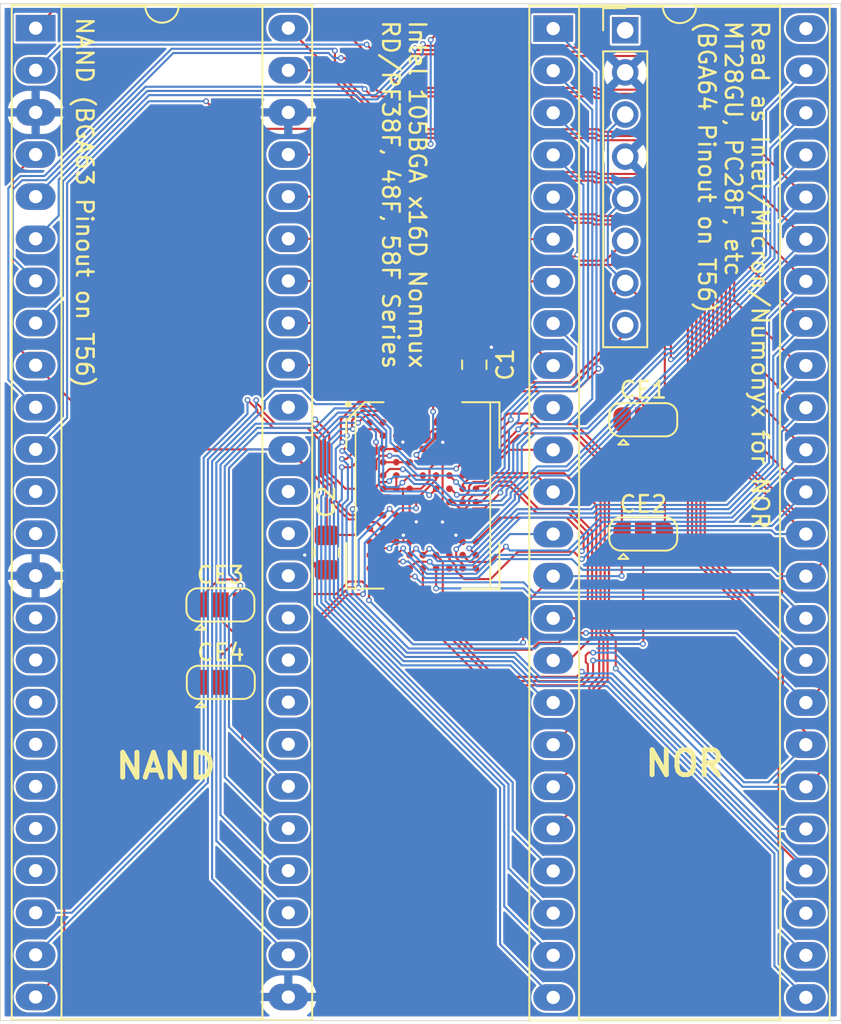
<source format=kicad_pcb>
(kicad_pcb (version 20240108) (generator "pcbnew") (generator_version "8.0")
  (layers (0 "F.Cu" signal) (31 "B.Cu" signal) (34 "B.Paste" user) (35 "F.Paste" user) (36 "B.SilkS" user "B.Silkscreen") (37 "F.SilkS" user "F.Silkscreen") (38 "B.Mask" user) (39 "F.Mask" user) (44 "Edge.Cuts" user))
  (net 0 "")
  (net 1 "/CE")
  (net 2 "VCC")
  (net 3 "/F1-CE")
  (net 4 "/F2-CE")
  (net 5 "/A7")
  (net 6 "/D10")
  (net 7 "/F3-CE")
  (net 8 "/F4-CE")
  (net 9 "/D7")
  (net 10 "/D6")
  (net 11 "/A3")
  (net 12 "/D2")
  (net 14 "/A6")
  (net 15 "/A2")
  (net 16 "/A8")
  (net 17 "/A18")
  (net 18 "/A9")
  (net 19 "/D11")
  (net 20 "/A14")
  (net 21 "/A12")
  (net 22 "/D8")
  (net 23 "/A0")
  (net 24 "/A23")
  (net 25 "/A4")
  (net 26 "/D3")
  (net 27 "/A20")
  (net 28 "VPP")
  (net 29 "/D9")
  (net 30 "/A22")
  (net 31 "/D5")
  (net 32 "/F-RST")
  (net 33 "/D15")
  (net 34 "/F-WE")
  (net 35 "/A21")
  (net 36 "/F-OE")
  (net 37 "/A16")
  (net 38 "/A1")
  (net 39 "/A11")
  (net 40 "/D1")
  (net 41 "/D4")
  (net 42 "/D14")
  (net 43 "/A5")
  (net 44 "/D13")
  (net 45 "/D12")
  (net 46 "/A15")
  (net 47 "/A10")
  (net 48 "/A13")
  (net 50 "/A17")
  (net 51 "/A24")
  (net 52 "/D0")
  (net 63 "/A19")
  (net 66 "/F-WP1")
  (net 68 "/A25")
  (net 69 "/ADV")
  (net 71 "GND")
  (net 75 "/ALE")
  (net 76 "/N-RE")
  (net 77 "/N-RY{slash}BY")
  (net 78 "/CLE")
  (net 83 "/N-WE")
  (net 84 "/N-WP2")
  (footprint "Capacitor_SMD:C_0805_2012Metric_Pad1.18x1.45mm_HandSolder" (layer "F.Cu") (at 157.69 95.02 -90)
    (property "Reference" "C2")
    (property "Value" ".1" (hide yes))
  )
  (footprint "Jumper:SolderJumper-3_P1.3mm_Open_RoundedPad1.0x1.5mm" (layer "F.Cu") (at 151.3 102.8475)
    (property "Reference" "CE4")
    (property "Value" "SolderJumper_2_Open" (hide yes))
  )
  (footprint "Package_DIP:DIP-48_W15.24mm_Socket_LongPads" (layer "F.Cu") (at 140.1318 63.3984)
    (property "Reference" "J3" (hide yes))
    (property "Value" "NAND" (hide yes))
  )
  (footprint "Package_DIP:DIP-48_W15.24mm_Socket_LongPads" (layer "F.Cu") (at 171.3484 63.4238)
    (property "Reference" "J1" (hide yes))
    (property "Value" "NOR" (hide yes))
  )
  (footprint "Jumper:SolderJumper-3_P1.3mm_Open_RoundedPad1.0x1.5mm" (layer "F.Cu") (at 176.78 93.9)
    (property "Reference" "CE2")
    (property "Value" "SolderJumper_2_Open" (hide yes))
  )
  (footprint "Connector_PinHeader_2.54mm:PinHeader_1x08_P2.54mm_Vertical" (layer "F.Cu") (at 175.6918 63.5254)
    (property "Reference" "J2" (hide yes))
    (property "Value" "NOR" (hide yes))
  )
  (footprint "RMW_SMT:Intel BGA105 x16D 9x11" (layer "F.Cu") (at 163.487 91.5728)
    (property "Reference" "U1" (hide yes))
    (property "Value" "~")
  )
  (footprint "Capacitor_SMD:C_0805_2012Metric_Pad1.18x1.45mm_HandSolder" (layer "F.Cu") (at 166.59 83.69 90)
    (property "Reference" "C1")
    (property "Value" ".1" (hide yes))
  )
  (footprint "Jumper:SolderJumper-3_P1.3mm_Open_RoundedPad1.0x1.5mm" (layer "F.Cu") (at 151.275 98.1725)
    (property "Reference" "CE3")
    (property "Value" "SolderJumper_2_Open" (hide yes))
  )
  (footprint "Jumper:SolderJumper-3_P1.3mm_Open_RoundedPad1.0x1.5mm" (layer "F.Cu") (at 176.78 87.01)
    (property "Reference" "CE1")
    (property "Value" "SolderJumper_2_Open" (hide yes))
  )
  (gr_line (start 159.43 97.19) (end 159.427 86.5128) (stroke (width 0.1)) (layer "F.SilkS"))
  (gr_line (start 167.55 97.18) (end 167.55 85.96) (stroke (width 0.1)) (layer "F.SilkS"))
  (gr_rect (start 138.0078 61.9252) (end 188.7016 123.2408) (stroke (width 0.05)) (fill none) (layer "Edge.Cuts"))
  (gr_text "NAND" (at 144.8308 108.7628 0) (layer "F.SilkS") (effects (font (size 1.5 1.5) (thickness 0.3) (bold yes)) (justify left bottom)))
  (gr_text "Read as Intel/Micron/Numonyx for NOR\nMT28GU, PC28F, etc\n(BGA64 Pinout on T56)" (at 180.02 62.87 270) (layer "F.SilkS") (effects (font (size 1 1)) (justify left bottom)))
  (gr_text "NOR" (at 176.7586 108.6104 0) (layer "F.SilkS") (effects (font (size 1.5 1.5) (thickness 0.3) (bold yes)) (justify left bottom)))
  (gr_text "Intel 105BGA x16D Nonmux\nRD/PF38F, 48F, 58F Series" (at 160.96 62.84 270) (layer "F.SilkS") (effects (font (size 1 1)) (justify left bottom)))
  (gr_text "NAND (BGA63 Pinout on T56)" (at 142.5 62.65 270) (layer "F.SilkS") (effects (font (size 1 1)) (justify left bottom)))
  (segment (start 159.838613 96.768613) (end 159.003156 96.768613) (width 0.127) (layer "F.Cu") (net 1))
  (segment (start 160.242368 97.887632) (end 160.242368 97.172368) (width 0.127) (layer "F.Cu") (net 1))
  (segment (start 169.540513 98.251687) (end 171.3484 96.4438) (width 0.127) (layer "F.Cu") (net 1))
  (segment (start 149.975 98.1725) (end 150.025 98.2225) (width 0.127) (layer "F.Cu") (net 1))
  (segment (start 140.1318 121.8184) (end 141.86 120.0902) (width 0.127) (layer "F.Cu") (net 1))
  (segment (start 153.5445 96.6445) (end 151.172 96.6445) (width 0.127) (layer "F.Cu") (net 1))
  (segment (start 150.025 102.8225) (end 150 102.8475) (width 0.127) (layer "F.Cu") (net 1))
  (segment (start 160.236868 97.893132) (end 160.242368 97.887632) (width 0.127) (layer "F.Cu") (net 1))
  (segment (start 175.49 93.89) (end 175.48 93.9) (width 0.127) (layer "F.Cu") (net 1))
  (segment (start 141.86 110.9875) (end 150 102.8475) (width 0.127) (layer "F.Cu") (net 1))
  (segment (start 159.003156 96.768613) (end 158.251769 97.52) (width 0.127) (layer "F.Cu") (net 1))
  (segment (start 169.540513 100.4405) (end 169.540513 98.251687) (width 0.127) (layer "F.Cu") (net 1))
  (segment (start 175.48 87.01) (end 175.49 87.02) (width 0.127) (layer "F.Cu") (net 1))
  (segment (start 160.242368 97.172368) (end 159.838613 96.768613) (width 0.127) (layer "F.Cu") (net 1))
  (segment (start 150.025 98.2225) (end 150.025 102.8225) (width 0.127) (layer "F.Cu") (net 1))
  (segment (start 158.251769 97.52) (end 154.42 97.52) (width 0.127) (layer "F.Cu") (net 1))
  (segment (start 175.49 87.02) (end 175.49 93.89) (width 0.127) (layer "F.Cu") (net 1))
  (segment (start 175.48 96.43) (end 175.48 93.9) (width 0.127) (layer "F.Cu") (net 1))
  (segment (start 154.42 97.52) (end 153.5445 96.6445) (width 0.127) (layer "F.Cu") (net 1))
  (segment (start 141.86 120.0902) (end 141.86 110.9875) (width 0.127) (layer "F.Cu") (net 1))
  (segment (start 151.172 96.6445) (end 149.975 97.8415) (width 0.127) (layer "F.Cu") (net 1))
  (segment (start 149.975 97.8415) (end 149.975 98.1725) (width 0.127) (layer "F.Cu") (net 1))
  (via (at 160.236868 97.893132) (size 0.35) (drill 0.2) (layers "F.Cu" "B.Cu") (net 1))
  (via (at 175.48 96.43) (size 0.35) (drill 0.2) (layers "F.Cu" "B.Cu") (net 1))
  (via (at 169.540513 100.4405) (size 0.35) (drill 0.2) (layers "F.Cu" "B.Cu") (net 1))
  (segment (start 175.48 96.43) (end 175.4662 96.4438) (width 0.127) (layer "B.Cu") (net 1))
  (segment (start 169.429013 100.552) (end 162.895736 100.552) (width 0.127) (layer "B.Cu") (net 1))
  (segment (start 162.895736 100.552) (end 160.236868 97.893132) (width 0.127) (layer "B.Cu") (net 1))
  (segment (start 175.4662 96.4438) (end 171.3484 96.4438) (width 0.127) (layer "B.Cu") (net 1))
  (segment (start 169.540513 100.4405) (end 169.429013 100.552) (width 0.127) (layer "B.Cu") (net 1))
  (segment (start 161.087 93.5728) (end 160.6965 93.1823) (width 0.127) (layer "F.Cu") (net 2))
  (segment (start 172.45445 84.66643) (end 172.45445 84.670076) (width 0.15) (layer "F.Cu") (net 2))
  (segment (start 162.687 91.1728) (end 163.375539 91.1728) (width 0.127) (layer "F.Cu") (net 2))
  (segment (start 172.827726 84.2968) (end 172.82408 84.2968) (width 0.15) (layer "F.Cu") (net 2))
  (segment (start 161.087 91.1728) (end 162.29 91.1728) (width 0.127) (layer "F.Cu") (net 2))
  (segment (start 161.887 89.5728) (end 161.087 89.5728) (width 0.127) (layer "F.Cu") (net 2))
  (segment (start 172.45445 84.670076) (end 172.364526 84.76) (width 0.15) (layer "F.Cu") (net 2))
  (segment (start 163.887 90.661339) (end 163.887 89.9728) (width 0.127) (layer "F.Cu") (net 2))
  (segment (start 163.887 89.9728) (end 163.087 89.9728) (width 0.127) (layer "F.Cu") (net 2))
  (segment (start 161.087 93.5728) (end 162.3 93.5728) (width 0.127) (layer "F.Cu") (net 2))
  (segment (start 164.287 87.9728) (end 164.287 88.084261) (width 0.127) (layer "F.Cu") (net 2))
  (segment (start 162.687 89.5728) (end 161.887 89.5728) (width 0.127) (layer "F.Cu") (net 2))
  (segment (start 164.287 88.084261) (end 163.598461 88.7728) (width 0.127) (layer "F.Cu") (net 2))
  (segment (start 157.714951 93.957549) (end 157.69 93.9825) (width 0.127) (layer "F.Cu") (net 2))
  (segment (start 155.3718 88.7984) (end 157.067105 90.493705) (width 0.15) (layer "F.Cu") (net 2))
  (segment (start 165.4965 87.011049) (end 166.59 85.917549) (width 0.127) (layer "F.Cu") (net 2))
  (segment (start 164.7 89.5728) (end 165.087 89.5728) (width 0.127) (layer "F.Cu") (net 2))
  (segment (start 138.7413 82.3279) (end 140.1318 83.7184) (width 0.127) (layer "F.Cu") (net 2))
  (segment (start 164.287 93.5728) (end 165.087 93.5728) (width 0.127) (layer "F.Cu") (net 2))
  (segment (start 166.544 93.136) (end 166.544 92.9158) (width 0.127) (layer "F.Cu") (net 2))
  (segment (start 138.7413 72.4089) (end 138.7413 82.3279) (width 0.127) (layer "F.Cu") (net 2))
  (segment (start 166.2627 93.4173) (end 166.544 93.136) (width 0.127) (layer "F.Cu") (net 2))
  (segment (start 166.0425 93.4173) (end 166.2627 93.4173) (width 0.127) (layer "F.Cu") (net 2))
  (segment (start 166.59 85.917549) (end 166.59 84.7275) (width 0.127) (layer "F.Cu") (net 2))
  (segment (start 145.2118 88.7984) (end 155.3718 88.7984) (width 0.127) (layer "F.Cu") (net 2))
  (segment (start 164.6775 89.5953) (end 164.7 89.5728) (width 0.127) (layer "F.Cu") (net 2))
  (segment (start 157.6785 93.971) (end 157.69 93.9825) (width 0.15) (layer "F.Cu") (net 2))
  (segment (start 172.82408 84.2968) (end 172.45445 84.66643) (width 0.15) (layer "F.Cu") (net 2))
  (segment (start 164.287 92.7728) (end 164.287 93.5728) (width 0.127) (layer "F.Cu") (net 2))
  (segment (start 157.067105 90.493705) (end 157.067105 90.509969) (width 0.15) (layer "F.Cu") (net 2))
  (segment (start 174.6513 79.8059) (end 174.6513 82.473226) (width 0.15) (layer "F.Cu") (net 2))
  (segment (start 157.067105 90.509969) (end 157.6785 91.121364) (width 0.15) (layer "F.Cu") (net 2))
  (segment (start 172.364526 84.76) (end 166.6225 84.76) (width 0.15) (layer "F.Cu") (net 2))
  (segment (start 178.08 87.01) (end 178.08 93.9) (width 0.127) (layer "F.Cu") (net 2))
  (segment (start 164.6965 87.8135) (end 164.6965 87.811049) (width 0.127) (layer "F.Cu") (net 2))
  (segment (start 140.1318 83.7184) (end 145.2118 88.7984) (width 0.127) (layer "F.Cu") (net 2))
  (segment (start 162.287 91.1758) (end 162.29 91.1728) (width 0.127) (layer "F.Cu") (net 2))
  (segment (start 160.125249 93.1823) (end 159.35 93.957549) (width 0.127) (layer "F.Cu") (net 2))
  (segment (start 155.3718 109.1184) (end 152.6 106.3466) (width 0.127) (layer "F.Cu") (net 2))
  (segment (start 162.3 93.5728) (end 162.687 93.5728) (width 0.127) (layer "F.Cu") (net 2))
  (segment (start 162.287 93.5598) (end 162.287 91.1758) (width 0.127) (layer "F.Cu") (net 2))
  (segment (start 164.925249 87.5823) (end 165.248751 87.5823) (width 0.127) (layer "F.Cu") (net 2))
  (segment (start 165.887 93.5728) (end 166.0425 93.4173) (width 0.127) (layer "F.Cu") (net 2))
  (segment (start 164.287 92.525051) (end 164.6775 92.134551) (width 0.127) (layer "F.Cu") (net 2))
  (segment (start 162.29 91.1728) (end 162.687 91.1728) (width 0.127) (layer "F.Cu") (net 2))
  (segment (start 164.287 89.5728) (end 164.7 89.5728) (width 0.127) (layer "F.Cu") (net 2))
  (segment (start 160.6965 93.1823) (end 160.125249 93.1823) (width 0.127) (layer "F.Cu") (net 2))
  (segment (start 152.48 97.01) (end 152.48 98.0775) (width 0.127) (layer "F.Cu") (net 2))
  (segment (start 159.35 93.957549) (end 157.714951 93.957549) (width 0.127) (layer "F.Cu") (net 2))
  (segment (start 178.08 87.01) (end 178.08 81.1536) (width 0.127) (layer "F.Cu") (net 2))
  (segment (start 164.287 89.5728) (end 163.887 89.9728) (width 0.127) (layer "F.Cu") (net 2))
  (segment (start 140.1318 71.0184) (end 138.7413 72.4089) (width 0.127) (layer "F.Cu") (net 2))
  (segment (start 164.6775 92.134551) (end 164.6775 89.5953) (width 0.127) (layer "F.Cu") (net 2))
  (segment (start 164.287 87.9728) (end 164.5372 87.9728) (width 0.127) (layer "F.Cu") (net 2))
  (segment (start 152.6 106.3466) (end 152.6 102.8475) (width 0.127) (layer "F.Cu") (net 2))
  (segment (start 178.08 81.1536) (end 175.6918 78.7654) (width 0.127) (layer "F.Cu") (net 2))
  (segment (start 163.375539 91.1728) (end 163.887 90.661339) (width 0.127) (layer "F.Cu") (net 2))
  (segment (start 166.5968 84.7343) (end 166.59 84.7275) (width 0.127) (layer "F.Cu") (net 2))
  (segment (start 163.087 89.9728) (end 162.687 89.5728) (width 0.127) (layer "F.Cu") (net 2))
  (segment (start 165.087 93.5728) (end 165.887 93.5728) (width 0.127) (layer "F.Cu") (net 2))
  (segment (start 166.544 92.9158) (end 166.687 92.7728) (width 0.127) (layer "F.Cu") (net 2))
  (segment (start 164.5372 87.9728) (end 164.6965 87.8135) (width 0.127) (layer "F.Cu") (net 2))
  (segment (start 175.6918 78.7654) (end 174.6513 79.8059) (width 0.15) (layer "F.Cu") (net 2))
  (segment (start 165.248751 87.5823) (end 165.4965 87.334551) (width 0.127) (layer "F.Cu") (net 2))
  (segment (start 152.6 98.1975) (end 152.575 98.1725) (width 0.127) (layer "F.Cu") (net 2))
  (segment (start 166.6225 84.76) (end 166.5968 84.7343) (width 0.15) (layer "F.Cu") (net 2))
  (segment (start 162.3 93.5728) (end 162.287 93.5598) (width 0.127) (layer "F.Cu") (net 2))
  (segment (start 161.887 90.3728) (end 161.887 91.1728) (width 0.127) (layer "F.Cu") (net 2))
  (segment (start 174.6513 82.473226) (end 172.827726 84.2968) (width 0.15) (layer "F.Cu") (net 2))
  (segment (start 163.487 88.7728) (end 164.287 89.5728) (width 0.127) (layer "F.Cu") (net 2))
  (segment (start 163.598461 88.7728) (end 163.487 88.7728) (width 0.127) (layer "F.Cu") (net 2))
  (segment (start 162.687 93.5728) (end 163.487 94.3728) (width 0.127) (layer "F.Cu") (net 2))
  (segment (start 152.48 98.0775) (end 152.575 98.1725) (width 0.127) (layer "F.Cu") (net 2))
  (segment (start 164.6965 87.811049) (end 164.925249 87.5823) (width 0.127) (layer "F.Cu") (net 2))
  (segment (start 164.287 92.7728) (end 164.287 92.525051) (width 0.127) (layer "F.Cu") (net 2))
  (segment (start 157.6785 91.121364) (end 157.6785 93.971) (width 0.15) (layer "F.Cu") (net 2))
  (segment (start 165.4965 87.334551) (end 165.4965 87.011049) (width 0.127) (layer "F.Cu") (net 2))
  (via (at 152.48 97.01) (size 0.35) (drill 0.2) (layers "F.Cu" "B.Cu") (net 2))
  (segment (start 151.792 96.322) (end 151.792 89.92563) (width 0.127) (layer "B.Cu") (net 2))
  (segment (start 152.91923 88.7984) (end 155.3718 88.7984) (width 0.127) (layer "B.Cu") (net 2))
  (segment (start 151.792 89.92563) (end 152.91923 88.7984) (width 0.127) (layer "B.Cu") (net 2))
  (segment (start 175.6918 73.6854) (end 174.6418 74.7354) (width 0.127) (layer "B.Cu") (net 2))
  (segment (start 174.6513 72.6449) (end 175.6918 73.6854) (width 0.127) (layer "B.Cu") (net 2))
  (segment (start 151.792 97.698) (end 151.792 105.5386) (width 0.127) (layer "B.Cu") (net 2))
  (segment (start 151.792 105.5386) (end 155.3718 109.1184) (width 0.127) (layer "B.Cu") (net 2))
  (segment (start 152.48 97.01) (end 151.792 97.698) (width 0.127) (layer "B.Cu") (net 2))
  (segment (start 174.6418 77.7154) (end 175.6918 78.7654) (width 0.127) (layer "B.Cu") (net 2))
  (segment (start 175.6918 68.6054) (end 174.6513 69.6459) (width 0.127) (layer "B.Cu") (net 2))
  (segment (start 174.6513 69.6459) (end 174.6513 72.6449) (width 0.127) (layer "B.Cu") (net 2))
  (segment (start 152.48 97.01) (end 151.792 96.322) (width 0.127) (layer "B.Cu") (net 2))
  (segment (start 174.6418 74.7354) (end 174.6418 77.7154) (width 0.127) (layer "B.Cu") (net 2))
  (segment (start 176.097646 85.717647) (end 176.387647 85.717647) (width 0.127) (layer "F.Cu") (net 3))
  (segment (start 176.387647 85.717647) (end 176.78 86.11) (width 0.127) (layer "F.Cu") (net 3))
  (segment (start 160.944249 90.7633) (end 160.6965 91.011049) (width 0.127) (layer "F.Cu") (net 3))
  (segment (start 161.4775 91.5633) (end 161.887 91.9728) (width 0.127) (layer "F.Cu") (net 3))
  (segment (start 160.6965 91.334551) (end 160.925249 91.5633) (width 0.127) (layer "F.Cu") (net 3))
  (segment (start 160.6965 91.011049) (end 160.6965 91.334551) (width 0.127) (layer "F.Cu") (net 3))
  (segment (start 161.4067 90.7633) (end 160.944249 90.7633) (width 0.127) (layer "F.Cu") (net 3))
  (segment (start 176.78 86.11) (end 176.78 87.01) (width 0.127) (layer "F.Cu") (net 3))
  (segment (start 160.925249 91.5633) (end 161.4775 91.5633) (width 0.127) (layer "F.Cu") (net 3))
  (segment (start 161.46 90.71) (end 161.4067 90.7633) (width 0.127) (layer "F.Cu") (net 3))
  (via (at 176.097646 85.717647) (size 0.35) (drill 0.2) (layers "F.Cu" "B.Cu") (net 3))
  (via (at 161.46 90.71) (size 0.35) (drill 0.2) (layers "F.Cu" "B.Cu") (net 3))
  (segment (start 168.328833 92.156697) (end 168.783343 91.702187) (width 0.127) (layer "B.Cu") (net 3))
  (segment (start 170.367001 89.826) (end 172.146979 89.826) (width 0.127) (layer "B.Cu") (net 3))
  (segment (start 172.146979 89.826) (end 176.097646 85.875333) (width 0.127) (layer "B.Cu") (net 3))
  (segment (start 163.97879 90.888) (end 165.247487 92.156697) (width 0.127) (layer "B.Cu") (net 3))
  (segment (start 161.7282 90.4418) (end 162.520276 90.4418) (width 0.127) (layer "B.Cu") (net 3))
  (segment (start 176.097646 85.875333) (end 176.097646 85.717647) (width 0.127) (layer "B.Cu") (net 3))
  (segment (start 162.966476 90.888) (end 163.97879 90.888) (width 0.127) (layer "B.Cu") (net 3))
  (segment (start 168.783343 91.409658) (end 170.367001 89.826) (width 0.127) (layer "B.Cu") (net 3))
  (segment (start 162.520276 90.4418) (end 162.966476 90.888) (width 0.127) (layer "B.Cu") (net 3))
  (segment (start 168.783343 91.702187) (end 168.783343 91.409658) (width 0.127) (layer "B.Cu") (net 3))
  (segment (start 161.46 90.71) (end 161.7282 90.4418) (width 0.127) (layer "B.Cu") (net 3))
  (segment (start 165.247487 92.156697) (end 168.328833 92.156697) (width 0.127) (layer "B.Cu") (net 3))
  (segment (start 159.25 92.4) (end 160.09 91.56) (width 0.127) (layer "F.Cu") (net 4))
  (segment (start 160.121949 91.56) (end 160.125249 91.5633) (width 0.127) (layer "F.Cu") (net 4))
  (segment (start 176.76 100.53) (end 176.78 100.51) (width 0.127) (layer "F.Cu") (net 4))
  (segment (start 160.125249 91.5633) (end 160.566039 91.5633) (width 0.127) (layer "F.Cu") (net 4))
  (segment (start 176.78 100.51) (end 176.78 93.9) (width 0.127) (layer "F.Cu") (net 4))
  (segment (start 160.566039 91.5633) (end 160.975539 91.9728) (width 0.127) (layer "F.Cu") (net 4))
  (segment (start 160.975539 91.9728) (end 161.087 91.9728) (width 0.127) (layer "F.Cu") (net 4))
  (segment (start 160.09 91.56) (end 160.121949 91.56) (width 0.127) (layer "F.Cu") (net 4))
  (via (at 176.76 100.53) (size 0.35) (drill 0.2) (layers "F.Cu" "B.Cu") (net 4))
  (via (at 159.25 92.4) (size 0.35) (drill 0.2) (layers "F.Cu" "B.Cu") (net 4))
  (segment (start 176.76 100.53) (end 170.541421 100.53) (width 0.127) (layer "B.Cu") (net 4))
  (segment (start 162.63284 100.806) (end 159.25 97.42316) (width 0.127) (layer "B.Cu") (net 4))
  (segment (start 170.265421 100.806) (end 162.63284 100.806) (width 0.127) (layer "B.Cu") (net 4))
  (segment (start 159.25 97.42316) (end 159.25 92.4) (width 0.127) (layer "B.Cu") (net 4))
  (segment (start 170.541421 100.53) (end 170.265421 100.806) (width 0.127) (layer "B.Cu") (net 4))
  (segment (start 158.54 87.003621) (end 159.613621 85.93) (width 0.127) (layer "F.Cu") (net 5))
  (segment (start 158.635582 88.361008) (end 158.54 88.265426) (width 0.127) (layer "F.Cu") (net 5))
  (segment (start 159.613621 85.93) (end 161.81 85.93) (width 0.127) (layer "F.Cu") (net 5))
  (segment (start 161.81 85.93) (end 162.687 86.807) (width 0.127) (layer "F.Cu") (net 5))
  (segment (start 162.687 86.807) (end 162.687 87.1728) (width 0.127) (layer "F.Cu") (net 5))
  (segment (start 158.54 88.265426) (end 158.54 87.003621) (width 0.127) (layer "F.Cu") (net 5))
  (via (at 158.635582 88.361008) (size 0.35) (drill 0.2) (layers "F.Cu" "B.Cu") (net 5))
  (segment (start 158.1225 91.932974) (end 158.1225 97.7325) (width 0.127) (layer "B.Cu") (net 5))
  (segment (start 158.1225 97.7325) (end 162.212 101.822) (width 0.127) (layer "B.Cu") (net 5))
  (segment (start 168.768191 101.822) (end 171.009991 104.0638) (width 0.127) (layer "B.Cu") (net 5))
  (segment (start 158.235 88.76159) (end 158.235 91.820474) (width 0.127) (layer "B.Cu") (net 5))
  (segment (start 158.235 91.820474) (end 158.1225 91.932974) (width 0.127) (layer "B.Cu") (net 5))
  (segment (start 158.635582 88.361008) (end 158.235 88.76159) (width 0.127) (layer "B.Cu") (net 5))
  (segment (start 162.212 101.822) (end 168.768191 101.822) (width 0.127) (layer "B.Cu") (net 5))
  (segment (start 171.009991 104.0638) (end 171.3484 104.0638) (width 0.127) (layer "B.Cu") (net 5))
  (segment (start 167.787701 74.6253) (end 173.89372 74.6253) (width 0.127) (layer "F.Cu") (net 6))
  (segment (start 164.287 95.9728) (end 164.287 97.1795) (width 0.127) (layer "F.Cu") (net 6))
  (segment (start 173.99532 74.7269) (end 178.92321 74.7269) (width 0.127) (layer "F.Cu") (net 6))
  (segment (start 178.92321 74.7269) (end 179.979905 75.783595) (width 0.127) (layer "F.Cu") (net 6))
  (segment (start 179.979905 94.915305) (end 186.5884 101.5238) (width 0.127) (layer "F.Cu") (net 6))
  (segment (start 179.979905 75.783595) (end 179.979905 94.915305) (width 0.127) (layer "F.Cu") (net 6))
  (segment (start 163.774601 78.6384) (end 167.787701 74.6253) (width 0.127) (layer "F.Cu") (net 6))
  (segment (start 155.3718 78.6384) (end 163.774601 78.6384) (width 0.127) (layer "F.Cu") (net 6))
  (segment (start 173.89372 74.6253) (end 173.99532 74.7269) (width 0.127) (layer "F.Cu") (net 6))
  (via (at 164.287 97.1795) (size 0.35) (drill 0.2) (layers "F.Cu" "B.Cu") (net 6))
  (segment (start 170.073701 97.6883) (end 182.7529 97.6883) (width 0.127) (layer "B.Cu") (net 6))
  (segment (start 169.564901 97.1795) (end 170.073701 97.6883) (width 0.127) (layer "B.Cu") (net 6))
  (segment (start 182.7529 97.6883) (end 186.5884 101.5238) (width 0.127) (layer "B.Cu") (net 6))
  (segment (start 164.287 97.1795) (end 169.564901 97.1795) (width 0.127) (layer "B.Cu") (net 6))
  (segment (start 158.996866 97.134113) (end 156.104979 100.026) (width 0.127) (layer "F.Cu") (net 7))
  (segment (start 161.8728 92.7728) (end 161.48 92.38) (width 0.127) (layer "F.Cu") (net 7))
  (segment (start 156.104979 100.026) (end 152.2515 100.026) (width 0.127) (layer "F.Cu") (net 7))
  (segment (start 152.2515 100.026) (end 151.275 99.0495) (width 0.127) (layer "F.Cu") (net 7))
  (segment (start 151.275 99.0495) (end 151.275 98.1725) (width 0.127) (layer "F.Cu") (net 7))
  (segment (start 159.6155 97.134113) (end 158.996866 97.134113) (width 0.127) (layer "F.Cu") (net 7))
  (segment (start 161.887 92.7728) (end 161.8728 92.7728) (width 0.127) (layer "F.Cu") (net 7))
  (via (at 161.48 92.38) (size 0.35) (drill 0.2) (layers "F.Cu" "B.Cu") (net 7))
  (via (at 159.6155 97.134113) (size 0.35) (drill 0.2) (layers "F.Cu" "B.Cu") (net 7))
  (segment (start 159.6155 94.2445) (end 161.48 92.38) (width 0.127) (layer "B.Cu") (net 7))
  (segment (start 159.6155 97.134113) (end 159.6155 94.2445) (width 0.127) (layer "B.Cu") (net 7))
  (segment (start 152.25 100.28) (end 151.3 101.23) (width 0.127) (layer "F.Cu") (net 8))
  (segment (start 164.287 90.620549) (end 164.287 90.3728) (width 0.127) (layer "F.Cu") (net 8))
  (segment (start 158.957057 97.533132) (end 156.210189 100.28) (width 0.127) (layer "F.Cu") (net 8))
  (segment (start 156.210189 100.28) (end 152.25 100.28) (width 0.127) (layer "F.Cu") (net 8))
  (segment (start 163.08 91.827549) (end 164.287 90.620549) (width 0.127) (layer "F.Cu") (net 8))
  (segment (start 163.08 92.35) (end 163.08 91.827549) (width 0.127) (layer "F.Cu") (net 8))
  (segment (start 159.876868 97.533132) (end 158.957057 97.533132) (width 0.127) (layer "F.Cu") (net 8))
  (segment (start 151.3 101.23) (end 151.3 102.8475) (width 0.127) (layer "F.Cu") (net 8))
  (via (at 159.876868 97.533132) (size 0.35) (drill 0.2) (layers "F.Cu" "B.Cu") (net 8))
  (via (at 163.08 92.35) (size 0.35) (drill 0.2) (layers "F.Cu" "B.Cu") (net 8))
  (segment (start 159.981 94.439) (end 162.07 92.35) (width 0.127) (layer "B.Cu") (net 8))
  (segment (start 162.07 92.35) (end 163.08 92.35) (width 0.127) (layer "B.Cu") (net 8))
  (segment (start 159.876868 97.533132) (end 159.981 97.429) (width 0.127) (layer "B.Cu") (net 8))
  (segment (start 159.981 97.429) (end 159.981 94.439) (width 0.127) (layer "B.Cu") (net 8))
  (segment (start 172.365489 64.8209) (end 172.263889 64.7193) (width 0.127) (layer "F.Cu") (net 9))
  (segment (start 179.32751 64.8209) (end 172.365489 64.8209) (width 0.127) (layer "F.Cu") (net 9))
  (segment (start 182.773905 74.849305) (end 182.773905 68.267295) (width 0.127) (layer "F.Cu") (net 9))
  (segment (start 163.1215 64.7193) (end 163.01 64.6078) (width 0.127) (layer "F.Cu") (net 9))
  (segment (start 186.5884 78.6638) (end 182.773905 74.849305) (width 0.127) (layer "F.Cu") (net 9))
  (segment (start 163.4972 95.1728) (end 163.487 95.1728) (width 0.127) (layer "F.Cu") (net 9))
  (segment (start 140.3234 76.0984) (end 140.1318 76.0984) (width 0.127) (layer "F.Cu") (net 9))
  (segment (start 172.263889 64.7193) (end 163.1215 64.7193) (width 0.127) (layer "F.Cu") (net 9))
  (segment (start 182.773905 68.267295) (end 179.32751 64.8209) (width 0.127) (layer "F.Cu") (net 9))
  (segment (start 163.88 94.79) (end 163.4972 95.1728) (width 0.127) (layer "F.Cu") (net 9))
  (via (at 163.01 64.6078) (size 0.35) (drill 0.2) (layers "F.Cu" "B.Cu") (net 9))
  (via (at 163.88 94.79) (size 0.35) (drill 0.2) (layers "F.Cu" "B.Cu") (net 9))
  (segment (start 173.64865 92.4053) (end 173.90595 92.148) (width 0.127) (layer "B.Cu") (net 9))
  (segment (start 163.01 64.6078) (end 163.01 65.053934) (width 0.127) (layer "B.Cu") (net 9))
  (segment (start 184.368 89.60736) (end 184.368 80.8842) (width 0.127) (layer "B.Cu") (net 9))
  (segment (start 159.571907 67.184) (end 146.86541 67.184) (width 0.127) (layer "B.Cu") (net 9))
  (segment (start 184.368 80.8842) (end 186.5884 78.6638) (width 0.127) (layer "B.Cu") (net 9))
  (segment (start 141.5223 74.7079) (end 140.1318 76.0984) (width 0.127) (layer "B.Cu") (net 9))
  (segment (start 163.996106 94.79) (end 164.489501 95.283395) (width 0.127) (layer "B.Cu") (net 9))
  (segment (start 160.627034 67.4369) (end 159.824807 67.4369) (width 0.127) (layer "B.Cu") (net 9))
  (segment (start 169.15786 92.4053) (end 173.64865 92.4053) (width 0.127) (layer "B.Cu") (net 9))
  (segment (start 181.82736 92.148) (end 184.368 89.60736) (width 0.127) (layer "B.Cu") (net 9))
  (segment (start 164.489501 95.283395) (end 166.279765 95.283395) (width 0.127) (layer "B.Cu") (net 9))
  (segment (start 163.01 65.053934) (end 160.627034 67.4369) (width 0.127) (layer "B.Cu") (net 9))
  (segment (start 159.824807 67.4369) (end 159.571907 67.184) (width 0.127) (layer "B.Cu") (net 9))
  (segment (start 146.86541 67.184) (end 141.5223 72.52711) (width 0.127) (layer "B.Cu") (net 9))
  (segment (start 163.88 94.79) (end 163.996106 94.79) (width 0.127) (layer "B.Cu") (net 9))
  (segment (start 141.5223 72.52711) (end 141.5223 74.7079) (width 0.127) (layer "B.Cu") (net 9))
  (segment (start 173.90595 92.148) (end 181.82736 92.148) (width 0.127) (layer "B.Cu") (net 9))
  (segment (start 166.279765 95.283395) (end 169.15786 92.4053) (width 0.127) (layer "B.Cu") (net 9))
  (segment (start 182.519905 77.135305) (end 186.5884 81.2038) (width 0.127) (layer "F.Cu") (net 10))
  (segment (start 163.0798 94.78) (end 162.687 95.1728) (width 0.127) (layer "F.Cu") (net 10))
  (segment (start 172.260279 65.0749) (end 179.2223 65.0749) (width 0.127) (layer "F.Cu") (net 10))
  (segment (start 182.519905 68.372505) (end 182.519905 77.135305) (width 0.127) (layer "F.Cu") (net 10))
  (segment (start 160.09352 64.38648) (end 160.68034 64.9733) (width 0.127) (layer "F.Cu") (net 10))
  (segment (start 172.158679 64.9733) (end 172.260279 65.0749) (width 0.127) (layer "F.Cu") (net 10))
  (segment (start 160.68034 64.9733) (end 172.158679 64.9733) (width 0.127) (layer "F.Cu") (net 10))
  (segment (start 179.2223 65.0749) (end 182.519905 68.372505) (width 0.127) (layer "F.Cu") (net 10))
  (via (at 163.0798 94.78) (size 0.35) (drill 0.2) (layers "F.Cu" "B.Cu") (net 10))
  (via (at 160.09352 64.38648) (size 0.35) (drill 0.2) (layers "F.Cu" "B.Cu") (net 10))
  (segment (start 166.384975 95.537395) (end 169.26307 92.6593) (width 0.127) (layer "B.Cu") (net 10))
  (segment (start 184.622 89.71257) (end 184.622 83.1702) (width 0.127) (layer "B.Cu") (net 10))
  (segment (start 163.0798 94.78) (end 163.5043 95.2045) (width 0.127) (layer "B.Cu") (net 10))
  (segment (start 160.0911 64.3889) (end 141.6813 64.3889) (width 0.127) (layer "B.Cu") (net 10))
  (segment (start 181.93257 92.402) (end 184.622 89.71257) (width 0.127) (layer "B.Cu") (net 10))
  (segment (start 173.75386 92.6593) (end 174.01116 92.402) (width 0.127) (layer "B.Cu") (net 10))
  (segment (start 164.384291 95.537395) (end 166.384975 95.537395) (width 0.127) (layer "B.Cu") (net 10))
  (segment (start 169.26307 92.6593) (end 173.75386 92.6593) (width 0.127) (layer "B.Cu") (net 10))
  (segment (start 184.622 83.1702) (end 186.5884 81.2038) (width 0.127) (layer "B.Cu") (net 10))
  (segment (start 160.09352 64.38648) (end 160.0911 64.3889) (width 0.127) (layer "B.Cu") (net 10))
  (segment (start 164.051396 95.2045) (end 164.384291 95.537395) (width 0.127) (layer "B.Cu") (net 10))
  (segment (start 141.6813 64.3889) (end 140.1318 65.9384) (width 0.127) (layer "B.Cu") (net 10))
  (segment (start 163.5043 95.2045) (end 164.051396 95.2045) (width 0.127) (layer "B.Cu") (net 10))
  (segment (start 174.01116 92.402) (end 181.93257 92.402) (width 0.127) (layer "B.Cu") (net 10))
  (segment (start 158.623507 88.896493) (end 159.9377 87.5823) (width 0.127) (layer "F.Cu") (net 11))
  (segment (start 159.9377 87.5823) (end 160.6965 87.5823) (width 0.127) (layer "F.Cu") (net 11))
  (segment (start 158.616993 88.896493) (end 158.623507 88.896493) (width 0.127) (layer "F.Cu") (net 11))
  (segment (start 160.6965 87.5823) (end 161.087 87.9728) (width 0.127) (layer "F.Cu") (net 11))
  (via (at 158.616993 88.896493) (size 0.35) (drill 0.2) (layers "F.Cu" "B.Cu") (net 11))
  (segment (start 185.1979 115.3733) (end 186.5884 116.7638) (width 0.127) (layer "B.Cu") (net 11))
  (segment (start 158.8845 97.41687) (end 162.52763 101.06) (width 0.127) (layer "B.Cu") (net 11))
  (segment (start 169.9579 101.934079) (end 170.585821 102.562) (width 0.127) (layer "B.Cu") (net 11))
  (segment (start 185.1979 112.9579) (end 185.1979 115.3733) (width 0.127) (layer "B.Cu") (net 11))
  (segment (start 158.616993 88.896493) (end 158.719494 88.896493) (width 0.127) (layer "B.Cu") (net 11))
  (segment (start 174.802 102.562) (end 185.1979 112.9579) (width 0.127) (layer "B.Cu") (net 11))
  (segment (start 162.52763 101.06) (end 169.09 101.06) (width 0.127) (layer "B.Cu") (net 11))
  (segment (start 169.9579 101.9279) (end 169.9579 101.934079) (width 0.127) (layer "B.Cu") (net 11))
  (segment (start 158.719494 88.896493) (end 159.22 89.396999) (width 0.127) (layer "B.Cu") (net 11))
  (segment (start 159.22 91.913104) (end 158.8845 92.248604) (width 0.127) (layer "B.Cu") (net 11))
  (segment (start 158.8845 92.248604) (end 158.8845 97.41687) (width 0.127) (layer "B.Cu") (net 11))
  (segment (start 159.22 89.396999) (end 159.22 91.913104) (width 0.127) (layer "B.Cu") (net 11))
  (segment (start 170.585821 102.562) (end 174.802 102.562) (width 0.127) (layer "B.Cu") (net 11))
  (segment (start 169.09 101.06) (end 169.9579 101.9279) (width 0.127) (layer "B.Cu") (net 11))
  (segment (start 187.99 94.861979) (end 187.398679 95.4533) (width 0.127) (layer "F.Cu") (net 12))
  (segment (start 180.995905 87.952095) (end 185.95711 92.9133) (width 0.127) (layer "F.Cu") (net 12))
  (segment (start 155.3718 65.9384) (end 157.55259 65.9384) (width 0.127) (layer "F.Cu") (net 12))
  (segment (start 177.220805 70.1549) (end 180.995905 73.93) (width 0.127) (layer "F.Cu") (net 12))
  (segment (start 187.99 93.504621) (end 187.99 94.861979) (width 0.127) (layer "F.Cu") (net 12))
  (segment (start 163.007226 96.462542) (end 161.824491 96.462542) (width 0.127) (layer "F.Cu") (net 12))
  (segment (start 187.398679 92.9133) (end 187.99 93.504621) (width 0.127) (layer "F.Cu") (net 12))
  (segment (start 157.55259 65.9384) (end 161.63419 70.02) (width 0.127) (layer "F.Cu") (net 12))
  (segment (start 160.6965 95.030049) (end 160.287 94.620549) (width 0.127) (layer "F.Cu") (net 12))
  (segment (start 185.15 97.5454) (end 186.5884 98.9838) (width 0.127) (layer "F.Cu") (net 12))
  (segment (start 187.398679 95.4533) (end 185.7067 95.4533) (width 0.127) (layer "F.Cu") (net 12))
  (segment (start 185.95711 92.9133) (end 187.398679 92.9133) (width 0.127) (layer "F.Cu") (net 12))
  (segment (start 161.229751 95.5633) (end 160.925249 95.5633) (width 0.127) (layer "F.Cu") (net 12))
  (segment (start 174.0049 70.1549) (end 177.220805 70.1549) (width 0.127) (layer "F.Cu") (net 12))
  (segment (start 161.63419 70.02) (end 173.87 70.02) (width 0.127) (layer "F.Cu") (net 12))
  (segment (start 161.4965 96.134551) (end 161.4965 95.830049) (width 0.127) (layer "F.Cu") (net 12))
  (segment (start 161.824491 96.462542) (end 161.4965 96.134551) (width 0.127) (layer "F.Cu") (net 12))
  (segment (start 160.925249 95.5633) (end 160.6965 95.334551) (width 0.127) (layer "F.Cu") (net 12))
  (segment (start 160.6965 95.334551) (end 160.6965 95.030049) (width 0.127) (layer "F.Cu") (net 12))
  (segment (start 161.4965 95.830049) (end 161.229751 95.5633) (width 0.127) (layer "F.Cu") (net 12))
  (segment (start 173.87 70.02) (end 174.0049 70.1549) (width 0.127) (layer "F.Cu") (net 12))
  (segment (start 185.15 96.01) (end 185.15 97.5454) (width 0.127) (layer "F.Cu") (net 12))
  (segment (start 160.287 94.620549) (end 160.287 94.3728) (width 0.127) (layer "F.Cu") (net 12))
  (segment (start 180.995905 73.93) (end 180.995905 87.952095) (width 0.127) (layer "F.Cu") (net 12))
  (segment (start 185.7067 95.4533) (end 185.15 96.01) (width 0.127) (layer "F.Cu") (net 12))
  (via (at 163.007226 96.462542) (size 0.35) (drill 0.2) (layers "F.Cu" "B.Cu") (net 12))
  (segment (start 169.558611 96.814) (end 170.178911 97.4343) (width 0.127) (layer "B.Cu") (net 12))
  (segment (start 163.007226 96.462542) (end 163.358684 96.814) (width 0.127) (layer "B.Cu") (net 12))
  (segment (start 185.0389 97.4343) (end 186.5884 98.9838) (width 0.127) (layer "B.Cu") (net 12))
  (segment (start 163.358684 96.814) (end 169.558611 96.814) (width 0.127) (layer "B.Cu") (net 12))
  (segment (start 170.178911 97.4343) (end 185.0389 97.4343) (width 0.127) (layer "B.Cu") (net 12))
  (segment (start 159.215914 87.046127) (end 159.786041 86.476) (width 0.127) (layer "F.Cu") (net 14))
  (segment (start 159.27 87.57) (end 159.215914 87.515914) (width 0.127) (layer "F.Cu") (net 14))
  (segment (start 159.786041 86.476) (end 161.1902 86.476) (width 0.127) (layer "F.Cu") (net 14))
  (segment (start 159.215914 87.515914) (end 159.215914 87.046127) (width 0.127) (layer "F.Cu") (net 14))
  (segment (start 161.1902 86.476) (end 161.887 87.1728) (width 0.127) (layer "F.Cu") (net 14))
  (via (at 159.27 87.57) (size 0.35) (drill 0.2) (layers "F.Cu" "B.Cu") (net 14))
  (segment (start 168.651346 108.979766) (end 168.651346 114.066746) (width 0.127) (layer "B.Cu") (net 14))
  (segment (start 159.27 87.57) (end 158.550484 87.57) (width 0.127) (layer "B.Cu") (net 14))
  (segment (start 157.6145 97.94292) (end 168.651346 108.979766) (width 0.127) (layer "B.Cu") (net 14))
  (segment (start 157.6145 91.722554) (end 157.6145 97.94292) (width 0.127) (layer "B.Cu") (net 14))
  (segment (start 168.651346 114.066746) (end 171.3484 116.7638) (width 0.127) (layer "B.Cu") (net 14))
  (segment (start 157.727 88.393484) (end 157.727 91.610054) (width 0.127) (layer "B.Cu") (net 14))
  (segment (start 157.727 91.610054) (end 157.6145 91.722554) (width 0.127) (layer "B.Cu") (net 14))
  (segment (start 158.550484 87.57) (end 157.727 88.393484) (width 0.127) (layer "B.Cu") (net 14))
  (segment (start 158.6005 89.37321) (end 158.88659 89.37321) (width 0.127) (layer "F.Cu") (net 15))
  (segment (start 158.88659 89.37321) (end 160.287 87.9728) (width 0.127) (layer "F.Cu") (net 15))
  (via (at 158.6005 89.37321) (size 0.35) (drill 0.2) (layers "F.Cu" "B.Cu") (net 15))
  (segment (start 169.7039 102.039289) (end 170.480611 102.816) (width 0.127) (layer "B.Cu") (net 15))
  (segment (start 158.6005 89.37321) (end 158.615071 89.37321) (width 0.127) (layer "B.Cu") (net 15))
  (segment (start 158.966 89.724139) (end 158.966 91.807894) (width 0.127) (layer "B.Cu") (net 15))
  (segment (start 168.98479 101.314) (end 169.7039 102.03311) (width 0.127) (layer "B.Cu") (net 15))
  (segment (start 184.9439 117.6593) (end 186.5884 119.3038) (width 0.127) (layer "B.Cu") (net 15))
  (segment (start 158.615071 89.37321) (end 158.966 89.724139) (width 0.127) (layer "B.Cu") (net 15))
  (segment (start 158.6305 92.143394) (end 158.6305 97.52208) (width 0.127) (layer "B.Cu") (net 15))
  (segment (start 174.69679 102.816) (end 184.9439 113.06311) (width 0.127) (layer "B.Cu") (net 15))
  (segment (start 184.9439 113.06311) (end 184.9439 117.6593) (width 0.127) (layer "B.Cu") (net 15))
  (segment (start 170.480611 102.816) (end 174.69679 102.816) (width 0.127) (layer "B.Cu") (net 15))
  (segment (start 169.7039 102.03311) (end 169.7039 102.039289) (width 0.127) (layer "B.Cu") (net 15))
  (segment (start 158.6305 97.52208) (end 162.42242 101.314) (width 0.127) (layer "B.Cu") (net 15))
  (segment (start 162.42242 101.314) (end 168.98479 101.314) (width 0.127) (layer "B.Cu") (net 15))
  (segment (start 158.966 91.807894) (end 158.6305 92.143394) (width 0.127) (layer "B.Cu") (net 15))
  (segment (start 166.525249 90.7633) (end 167.141228 90.7633) (width 0.127) (layer "F.Cu") (net 16))
  (segment (start 173.948 100.12103) (end 174.122 100.29503) (width 0.127) (layer "F.Cu") (net 16))
  (segment (start 172.016485 90.231106) (end 173.948 92.162621) (width 0.127) (layer "F.Cu") (net 16))
  (segment (start 173.5265 104.4257) (end 171.3484 106.6038) (width 0.127) (layer "F.Cu") (net 16))
  (segment (start 173.5265 103.098184) (end 173.5265 104.4257) (width 0.127) (layer "F.Cu") (net 16))
  (segment (start 167.673422 90.231106) (end 172.016485 90.231106) (width 0.127) (layer "F.Cu") (net 16))
  (segment (start 173.948 92.162621) (end 173.948 100.12103) (width 0.127) (layer "F.Cu") (net 16))
  (segment (start 167.141228 90.7633) (end 167.673422 90.231106) (width 0.127) (layer "F.Cu") (net 16))
  (segment (start 166.2775 91.011049) (end 166.525249 90.7633) (width 0.127) (layer "F.Cu") (net 16))
  (segment (start 174.122 102.502684) (end 173.5265 103.098184) (width 0.127) (layer "F.Cu") (net 16))
  (segment (start 165.887 91.725051) (end 166.2775 91.334551) (width 0.127) (layer "F.Cu") (net 16))
  (segment (start 174.122 100.29503) (end 174.122 102.502684) (width 0.127) (layer "F.Cu") (net 16))
  (segment (start 165.887 91.9728) (end 165.887 91.725051) (width 0.127) (layer "F.Cu") (net 16))
  (segment (start 166.2775 91.334551) (end 166.2775 91.011049) (width 0.127) (layer "F.Cu") (net 16))
  (segment (start 163.0965 81.8357) (end 168.8084 76.1238) (width 0.127) (layer "F.Cu") (net 17))
  (segment (start 168.8084 76.1238) (end 171.3484 76.1238) (width 0.127) (layer "F.Cu") (net 17))
  (segment (start 163.0965 87.352499) (end 163.0965 81.8357) (width 0.127) (layer "F.Cu") (net 17))
  (segment (start 163.487 87.743) (end 163.179775 87.435774) (width 0.127) (layer "F.Cu") (net 17))
  (segment (start 163.487 87.9728) (end 163.487 87.743) (width 0.127) (layer "F.Cu") (net 17))
  (segment (start 163.179775 87.435774) (end 163.0965 87.352499) (width 0.127) (layer "F.Cu") (net 17))
  (segment (start 173.7805 106.7117) (end 171.3484 109.1438) (width 0.127) (layer "F.Cu") (net 18))
  (segment (start 166.2775 90.534551) (end 166.2775 90.2225) (width 0.127) (layer "F.Cu") (net 18))
  (segment (start 166.2775 90.2225) (end 166.52 89.98) (width 0.127) (layer "F.Cu") (net 18))
  (segment (start 167.206108 89.98) (end 169.231108 87.955) (width 0.127) (layer "F.Cu") (net 18))
  (segment (start 169.388794 87.955) (end 169.512412 87.831382) (width 0.127) (layer "F.Cu") (net 18))
  (segment (start 165.887 91.1728) (end 165.887 90.925051) (width 0.127) (layer "F.Cu") (net 18))
  (segment (start 165.887 90.925051) (end 166.2775 90.534551) (width 0.127) (layer "F.Cu") (net 18))
  (segment (start 172.448618 87.831382) (end 174.202 89.584764) (width 0.127) (layer "F.Cu") (net 18))
  (segment (start 174.202 100.01582) (end 174.376 100.18982) (width 0.127) (layer "F.Cu") (net 18))
  (segment (start 174.376 100.18982) (end 174.376 102.607894) (width 0.127) (layer "F.Cu") (net 18))
  (segment (start 166.52 89.98) (end 167.206108 89.98) (width 0.127) (layer "F.Cu") (net 18))
  (segment (start 174.376 102.607894) (end 173.7805 103.203394) (width 0.127) (layer "F.Cu") (net 18))
  (segment (start 169.231108 87.955) (end 169.388794 87.955) (width 0.127) (layer "F.Cu") (net 18))
  (segment (start 169.512412 87.831382) (end 172.448618 87.831382) (width 0.127) (layer "F.Cu") (net 18))
  (segment (start 173.7805 103.203394) (end 173.7805 106.7117) (width 0.127) (layer "F.Cu") (net 18))
  (segment (start 174.202 89.584764) (end 174.202 100.01582) (width 0.127) (layer "F.Cu") (net 18))
  (segment (start 173.0745 95.410187) (end 173.034607 95.410187) (width 0.127) (layer "F.Cu") (net 19))
  (segment (start 165.4775 96.115551) (end 165.4775 95.811049) (width 0.127) (layer "F.Cu") (net 19))
  (segment (start 172.59442 94.97) (end 169.22 94.97) (width 0.127) (layer "F.Cu") (net 19))
  (segment (start 180.741905 74.063485) (end 180.741905 88.057305) (width 0.127) (layer "F.Cu") (net 19))
  (segment (start 178.86532 72.1869) (end 180.741905 74.063485) (width 0.127) (layer "F.Cu") (net 19))
  (segment (start 167.5727 96.6173) (end 165.979249 96.6173) (width 0.127) (layer "F.Cu") (net 19))
  (segment (start 155.3718 71.0184) (end 160.6684 71.0184) (width 0.127) (layer "F.Cu") (net 19))
  (segment (start 165.979249 96.6173) (end 165.4775 96.115551) (width 0.127) (layer "F.Cu") (net 19))
  (segment (start 173.95842 72.08) (end 174.06532 72.1869) (width 0.127) (layer "F.Cu") (net 19))
  (segment (start 165.4775 95.811049) (end 165.087 95.420549) (width 0.127) (layer "F.Cu") (net 19))
  (segment (start 160.6684 71.0184) (end 161.73 72.08) (width 0.127) (layer "F.Cu") (net 19))
  (segment (start 174.06532 72.1869) (end 178.86532 72.1869) (width 0.127) (layer "F.Cu") (net 19))
  (segment (start 161.73 72.08) (end 173.95842 72.08) (width 0.127) (layer "F.Cu") (net 19))
  (segment (start 180.741905 88.057305) (end 186.5884 93.9038) (width 0.127) (layer "F.Cu") (net 19))
  (segment (start 173.034607 95.410187) (end 172.59442 94.97) (width 0.127) (layer "F.Cu") (net 19))
  (segment (start 169.22 94.97) (end 167.5727 96.6173) (width 0.127) (layer "F.Cu") (net 19))
  (segment (start 165.087 95.420549) (end 165.087 95.1728) (width 0.127) (layer "F.Cu") (net 19))
  (via (at 173.0745 95.410187) (size 0.35) (drill 0.2) (layers "F.Cu" "B.Cu") (net 19))
  (segment (start 184.7438 93.9038) (end 186.5884 93.9038) (width 0.127) (layer "B.Cu") (net 19))
  (segment (start 184.512 93.672) (end 184.7438 93.9038) (width 0.127) (layer "B.Cu") (net 19))
  (segment (start 173.0745 95.410187) (end 173.119813 95.410187) (width 0.127) (layer "B.Cu") (net 19))
  (segment (start 173.119813 95.410187) (end 174.858 93.672) (width 0.127) (layer "B.Cu") (net 19))
  (segment (start 174.858 93.672) (end 184.512 93.672) (width 0.127) (layer "B.Cu") (net 19))
  (segment (start 167.254098 89.5728) (end 166.687 89.5728) (width 0.127) (layer "F.Cu") (net 20))
  (segment (start 169.237398 87.5895) (end 167.254098 89.5728) (width 0.127) (layer "F.Cu") (net 20))
  (via (at 169.237398 87.5895) (size 0.35) (drill 0.2) (layers "F.Cu" "B.Cu") (net 20))
  (segment (start 169.237398 87.5895) (end 170.543098 86.2838) (width 0.127) (layer "B.Cu") (net 20))
  (segment (start 170.543098 86.2838) (end 171.3484 86.2838) (width 0.127) (layer "B.Cu") (net 20))
  (segment (start 166.8425 91.0173) (end 167.246438 91.0173) (width 0.127) (layer "F.Cu") (net 21))
  (segment (start 170.469706 90.485106) (end 171.3484 91.3638) (width 0.127) (layer "F.Cu") (net 21))
  (segment (start 166.687 91.1728) (end 166.8425 91.0173) (width 0.127) (layer "F.Cu") (net 21))
  (segment (start 167.246438 91.0173) (end 167.778632 90.485106) (width 0.127) (layer "F.Cu") (net 21))
  (segment (start 167.778632 90.485106) (end 170.469706 90.485106) (width 0.127) (layer "F.Cu") (net 21))
  (segment (start 178.71279 75.2349) (end 179.471905 75.994015) (width 0.127) (layer "F.Cu") (net 22))
  (segment (start 159.413021 83.7184) (end 167.998121 75.1333) (width 0.127) (layer "F.Cu") (net 22))
  (segment (start 163.487 98.125051) (end 163.487 95.9728) (width 0.127) (layer "F.Cu") (net 22))
  (segment (start 167.998121 75.1333) (end 173.6833 75.1333) (width 0.127) (layer "F.Cu") (net 22))
  (segment (start 184.9439 100.59772) (end 184.9439 112.5793) (width 0.127) (layer "F.Cu") (net 22))
  (segment (start 173.7849 75.2349) (end 178.71279 75.2349) (width 0.127) (layer "F.Cu") (net 22))
  (segment (start 167.876249 102.5143) (end 163.487 98.125051) (width 0.127) (layer "F.Cu") (net 22))
  (segment (start 184.9439 112.5793) (end 186.5884 114.2238) (width 0.127) (layer "F.Cu") (net 22))
  (segment (start 155.3718 83.7184) (end 159.413021 83.7184) (width 0.127) (layer "F.Cu") (net 22))
  (segment (start 173.6833 75.1333) (end 173.7849 75.2349) (width 0.127) (layer "F.Cu") (net 22))
  (segment (start 179.471905 95.125725) (end 184.9439 100.59772) (width 0.127) (layer "F.Cu") (net 22))
  (segment (start 172.7522 102.5143) (end 167.876249 102.5143) (width 0.127) (layer "F.Cu") (net 22))
  (segment (start 173.07 102.1965) (end 172.7522 102.5143) (width 0.127) (layer "F.Cu") (net 22))
  (segment (start 179.471905 75.994015) (end 179.471905 95.125725) (width 0.127) (layer "F.Cu") (net 22))
  (via (at 173.07 102.1965) (size 0.35) (drill 0.2) (layers "F.Cu" "B.Cu") (net 22))
  (segment (start 186.5884 113.98919) (end 186.5884 114.2238) (width 0.127) (layer "B.Cu") (net 22))
  (segment (start 174.90721 102.308) (end 186.5884 113.98919) (width 0.127) (layer "B.Cu") (net 22))
  (segment (start 173.07 102.1965) (end 173.1815 102.308) (width 0.127) (layer "B.Cu") (net 22))
  (segment (start 173.1815 102.308) (end 174.90721 102.308) (width 0.127) (layer "B.Cu") (net 22))
  (segment (start 160.6965 88.3965) (end 160.6965 89.051839) (width 0.127) (layer "F.Cu") (net 23))
  (segment (start 160.6965 89.051839) (end 160.287 89.461339) (width 0.127) (layer "F.Cu") (net 23))
  (segment (start 160.66 88.36) (end 160.6965 88.3965) (width 0.127) (layer "F.Cu") (net 23))
  (segment (start 160.287 89.461339) (end 160.287 89.5728) (width 0.127) (layer "F.Cu") (net 23))
  (via (at 160.66 88.36) (size 0.35) (drill 0.2) (layers "F.Cu" "B.Cu") (net 23))
  (segment (start 158.501419 86.832023) (end 157.219 88.114442) (width 0.127) (layer "B.Cu") (net 23))
  (segment (start 160.66 88.36) (end 160.66 87.759213) (width 0.127) (layer "B.Cu") (net 23))
  (segment (start 168.143346 118.638746) (end 171.3484 121.8438) (width 0.127) (layer "B.Cu") (net 23))
  (segment (start 168.143346 109.190186) (end 168.143346 118.638746) (width 0.127) (layer "B.Cu") (net 23))
  (segment (start 157.219 88.114442) (end 157.219 91.399634) (width 0.127) (layer "B.Cu") (net 23))
  (segment (start 160.66 87.759213) (end 159.73281 86.832023) (width 0.127) (layer "B.Cu") (net 23))
  (segment (start 157.219 91.399634) (end 157.1065 91.512134) (width 0.127) (layer "B.Cu") (net 23))
  (segment (start 159.73281 86.832023) (end 158.501419 86.832023) (width 0.127) (layer "B.Cu") (net 23))
  (segment (start 157.1065 91.512134) (end 157.1065 98.15334) (width 0.127) (layer "B.Cu") (net 23))
  (segment (start 157.1065 98.15334) (end 168.143346 109.190186) (width 0.127) (layer "B.Cu") (net 23))
  (segment (start 178.4455 80.04761) (end 176.07119 77.6733) (width 0.127) (layer "F.Cu") (net 24))
  (segment (start 164.579 81.43083) (end 164.579 86.651) (width 0.127) (layer "F.Cu") (net 24))
  (segment (start 164.579 86.651) (end 164.287 86.943) (width 0.127) (layer "F.Cu") (net 24))
  (segment (start 168.33653 77.6733) (end 164.579 81.43083) (width 0.127) (layer "F.Cu") (net 24))
  (segment (start 176.07119 77.6733) (end 168.33653 77.6733) (width 0.127) (layer "F.Cu") (net 24))
  (segment (start 178.4455 83.369795) (end 178.4455 80.04761) (width 0.127) (layer "F.Cu") (net 24))
  (segment (start 164.287 86.943) (end 164.287 87.1728) (width 0.127) (layer "F.Cu") (net 24))
  (via (at 178.4455 83.369795) (size 0.35) (drill 0.2) (layers "F.Cu" "B.Cu") (net 24))
  (segment (start 178.603184 83.369795) (end 184.696 77.276979) (width 0.127) (layer "B.Cu") (net 24))
  (segment (start 184.696 77.276979) (end 184.696 72.9362) (width 0.127) (layer "B.Cu") (net 24))
  (segment (start 184.696 72.9362) (end 186.5884 71.0438) (width 0.127) (layer "B.Cu") (net 24))
  (segment (start 178.4455 83.369795) (end 178.603184 83.369795) (width 0.127) (layer "B.Cu") (net 24))
  (segment (start 160.048937 86.73) (end 160.6442 86.73) (width 0.127) (layer "F.Cu") (net 25))
  (segment (start 160.6442 86.73) (end 161.087 87.1728) (width 0.127) (layer "F.Cu") (net 25))
  (segment (start 159.581414 87.197523) (end 160.048937 86.73) (width 0.127) (layer "F.Cu") (net 25))
  (via (at 159.581414 87.197523) (size 0.35) (drill 0.2) (layers "F.Cu" "B.Cu") (net 25))
  (segment (start 159.581414 87.197523) (end 158.495129 87.197523) (width 0.127) (layer "B.Cu") (net 25))
  (segment (start 168.397346 116.352746) (end 171.3484 119.3038) (width 0.127) (layer "B.Cu") (net 25))
  (segment (start 157.473 91.504844) (end 157.3605 91.617344) (width 0.127) (layer "B.Cu") (net 25))
  (segment (start 157.3605 98.04813) (end 168.397346 109.084976) (width 0.127) (layer "B.Cu") (net 25))
  (segment (start 168.397346 109.084976) (end 168.397346 116.352746) (width 0.127) (layer "B.Cu") (net 25))
  (segment (start 157.3605 91.617344) (end 157.3605 98.04813) (width 0.127) (layer "B.Cu") (net 25))
  (segment (start 157.473 88.219652) (end 157.473 91.504844) (width 0.127) (layer "B.Cu") (net 25))
  (segment (start 158.495129 87.197523) (end 157.473 88.219652) (width 0.127) (layer "B.Cu") (net 25))
  (segment (start 173.97521 69.766) (end 174.11011 69.9009) (width 0.127) (layer "F.Cu") (net 26))
  (segment (start 161.7394 69.766) (end 173.97521 69.766) (width 0.127) (layer "F.Cu") (net 26))
  (segment (start 161.334749 95.1728) (end 161.087 95.1728) (width 0.127) (layer "F.Cu") (net 26))
  (segment (start 162.2867 95.5633) (end 161.725249 95.5633) (width 0.127) (layer "F.Cu") (net 26))
  (segment (start 161.725249 95.5633) (end 161.334749 95.1728) (width 0.127) (layer "F.Cu") (net 26))
  (segment (start 186.06232 92.6593) (end 187.503889 92.6593) (width 0.127) (layer "F.Cu") (net 26))
  (segment (start 181.249905 87.846885) (end 186.06232 92.6593) (width 0.127) (layer "F.Cu") (net 26))
  (segment (start 188.244 93.399411) (end 188.244 94.967189) (width 0.127) (layer "F.Cu") (net 26))
  (segment (start 155.3718 63.3984) (end 161.7394 69.766) (width 0.127) (layer "F.Cu") (net 26))
  (segment (start 181.249905 73.824789) (end 181.249905 87.846885) (width 0.127) (layer "F.Cu") (net 26))
  (segment (start 162.29 95.56) (end 162.2867 95.5633) (width 0.127) (layer "F.Cu") (net 26))
  (segment (start 177.326016 69.9009) (end 181.249905 73.824789) (width 0.127) (layer "F.Cu") (net 26))
  (segment (start 188.244 94.967189) (end 186.767389 96.4438) (width 0.127) (layer "F.Cu") (net 26))
  (segment (start 174.11011 69.9009) (end 177.326016 69.9009) (width 0.127) (layer "F.Cu") (net 26))
  (segment (start 187.503889 92.6593) (end 188.244 93.399411) (width 0.127) (layer "F.Cu") (net 26))
  (segment (start 186.767389 96.4438) (end 186.5884 96.4438) (width 0.127) (layer "F.Cu") (net 26))
  (via (at 162.29 95.56) (size 0.35) (drill 0.2) (layers "F.Cu" "B.Cu") (net 26))
  (segment (start 173.12 96.06) (end 184.48 96.06) (width 0.127) (layer "B.Cu") (net 26))
  (segment (start 167.94521 95.414) (end 172.474 95.414) (width 0.127) (layer "B.Cu") (net 26))
  (segment (start 184.48 96.06) (end 184.8638 96.4438) (width 0.127) (layer "B.Cu") (net 26))
  (segment (start 162.29 95.56) (end 162.62158 95.56) (width 0.127) (layer "B.Cu") (net 26))
  (segment (start 172.474 95.414) (end 173.12 96.06) (width 0.127) (layer "B.Cu") (net 26))
  (segment (start 162.62158 95.56) (end 163.62158 96.56) (width 0.127) (layer "B.Cu") (net 26))
  (segment (start 163.62158 96.56) (end 166.79921 96.56) (width 0.127) (layer "B.Cu") (net 26))
  (segment (start 184.8638 96.4438) (end 186.5884 96.4438) (width 0.127) (layer "B.Cu") (net 26))
  (segment (start 166.79921 96.56) (end 167.94521 95.414) (width 0.127) (layer "B.Cu") (net 26))
  (segment (start 165.533303 91.537197) (end 165.168906 91.1728) (width 0.127) (layer "F.Cu") (net 27))
  (segment (start 165.168906 91.1728) (end 165.087 91.1728) (width 0.127) (layer "F.Cu") (net 27))
  (via (at 165.533303 91.537197) (size 0.35) (drill 0.2) (layers "F.Cu" "B.Cu") (net 27))
  (segment (start 170.0757 87.2743) (end 172.1757 87.2743) (width 0.127) (layer "B.Cu") (net 27))
  (segment (start 173.70495 85.74505) (end 173.70495 68.32035) (width 0.127) (layer "B.Cu") (net 27))
  (segment (start 167.513593 91.537197) (end 168.938 90.11279) (width 0.127) (layer "B.Cu") (net 27))
  (segment (start 165.533303 91.537197) (end 167.513593 91.537197) (width 0.127) (layer "B.Cu") (net 27))
  (segment (start 172.1757 87.2743) (end 173.70495 85.74505) (width 0.127) (layer "B.Cu") (net 27))
  (segment (start 168.938 90.11279) (end 168.938 88.412) (width 0.127) (layer "B.Cu") (net 27))
  (segment (start 168.938 88.412) (end 170.0757 87.2743) (width 0.127) (layer "B.Cu") (net 27))
  (segment (start 173.70495 68.32035) (end 171.3484 65.9638) (width 0.127) (layer "B.Cu") (net 27))
  (segment (start 161.47 94.7633) (end 160.925249 94.7633) (width 0.127) (layer "F.Cu") (net 28))
  (segment (start 160.925249 94.7633) (end 160.6965 94.534551) (width 0.127) (layer "F.Cu") (net 28))
  (segment (start 160.6965 94.534551) (end 160.6965 93.9823) (width 0.127) (layer "F.Cu") (net 28))
  (segment (start 160.6965 93.9823) (end 160.287 93.5728) (width 0.127) (layer "F.Cu") (net 28))
  (via (at 161.47 94.7633) (size 0.35) (drill 0.2) (layers "F.Cu" "B.Cu") (net 28))
  (segment (start 161.47 94.7633) (end 161.8333 94.4) (width 0.127) (layer "B.Cu") (net 28))
  (segment (start 162.7143 94.9343) (end 163.825395 96.045395) (width 0.127) (layer "B.Cu") (net 28))
  (segment (start 162.716452 94.626452) (end 162.7143 94.628604) (width 0.127) (layer "B.Cu") (net 28))
  (segment (start 161.8333 94.4) (end 162.49 94.4) (width 0.127) (layer "B.Cu") (net 28))
  (segment (start 162.49 94.4) (end 162.716452 94.626452) (width 0.127) (layer "B.Cu") (net 28))
  (segment (start 168.73699 93.9038) (end 171.3484 93.9038) (width 0.127) (layer "B.Cu") (net 28))
  (segment (start 162.7143 94.628604) (end 162.7143 94.9343) (width 0.127) (layer "B.Cu") (net 28))
  (segment (start 163.825395 96.045395) (end 166.595395 96.045395) (width 0.127) (layer "B.Cu") (net 28))
  (segment (start 166.595395 96.045395) (end 168.73699 93.9038) (width 0.127) (layer "B.Cu") (net 28))
  (segment (start 164.687 98.965841) (end 164.687 95.5728) (width 0.127) (layer "F.Cu") (net 29))
  (segment (start 166.601159 100.88) (end 164.687 98.965841) (width 0.127) (layer "F.Cu") (net 29))
  (segment (start 187.9789 102.6733) (end 186.5884 104.0638) (width 0.127) (layer "F.Cu") (net 29))
  (segment (start 161.74591 72.5933) (end 173.7533 72.5933) (width 0.127) (layer "F.Cu") (net 29))
  (segment (start 173.7533 72.5933) (end 173.8549 72.6949) (width 0.127) (layer "F.Cu") (net 29))
  (segment (start 185.95711 100.5333) (end 187.398679 100.5333) (width 0.127) (layer "F.Cu") (net 29))
  (segment (start 187.398679 100.5333) (end 187.9789 101.113521) (width 0.127) (layer "F.Cu") (net 29))
  (segment (start 180.233905 74.273905) (end 180.233905 94.810095) (width 0.127) (layer "F.Cu") (net 29))
  (segment (start 187.9789 101.113521) (end 187.9789 102.6733) (width 0.127) (layer "F.Cu") (net 29))
  (segment (start 171.672979 100.46) (end 170.466211 100.46) (width 0.127) (layer "F.Cu") (net 29))
  (segment (start 155.3718 76.0984) (end 158.24081 76.0984) (width 0.127) (layer "F.Cu") (net 29))
  (segment (start 170.466211 100.46) (end 170.046211 100.88) (width 0.127) (layer "F.Cu") (net 29))
  (segment (start 158.24081 76.0984) (end 161.74591 72.5933) (width 0.127) (layer "F.Cu") (net 29))
  (segment (start 164.687 95.5728) (end 164.287 95.1728) (width 0.127) (layer "F.Cu") (net 29))
  (segment (start 173.3285 99.87) (end 172.262979 99.87) (width 0.127) (layer "F.Cu") (net 29))
  (segment (start 170.046211 100.88) (end 166.601159 100.88) (width 0.127) (layer "F.Cu") (net 29))
  (segment (start 180.233905 94.810095) (end 185.95711 100.5333) (width 0.127) (layer "F.Cu") (net 29))
  (segment (start 172.262979 99.87) (end 171.672979 100.46) (width 0.127) (layer "F.Cu") (net 29))
  (segment (start 178.6549 72.6949) (end 180.233905 74.273905) (width 0.127) (layer "F.Cu") (net 29))
  (segment (start 173.8549 72.6949) (end 178.6549 72.6949) (width 0.127) (layer "F.Cu") (net 29))
  (via (at 173.3285 99.87) (size 0.35) (drill 0.2) (layers "F.Cu" "B.Cu") (net 29))
  (segment (start 182.3946 99.87) (end 186.5884 104.0638) (width 0.127) (layer "B.Cu") (net 29))
  (segment (start 173.3285 99.87) (end 182.3946 99.87) (width 0.127) (layer "B.Cu") (net 29))
  (segment (start 175.119765 102.010235) (end 175.119765 100.215165) (width 0.127) (layer "F.Cu") (net 30))
  (segment (start 166.29 88.19) (end 166.29 87.78) (width 0.127) (layer "F.Cu") (net 30))
  (segment (start 169.9579 86.694079) (end 169.9579 86.6679) (width 0.127) (layer "F.Cu") (net 30))
  (segment (start 169.93 86.64) (end 168.61 86.64) (width 0.127) (layer "F.Cu") (net 30))
  (segment (start 165.727549 87.58) (end 165.4965 87.811049) (width 0.127) (layer "F.Cu") (net 30))
  (segment (start 174.71 99.8054) (end 174.71 89.3) (width 0.127) (layer "F.Cu") (net 30))
  (segment (start 168.61 86.64) (end 166.87 88.38) (width 0.127) (layer "F.Cu") (net 30))
  (segment (start 170.538121 87.2743) (end 169.9579 86.694079) (width 0.127) (layer "F.Cu") (net 30))
  (segment (start 172.6843 87.2743) (end 170.538121 87.2743) (width 0.127) (layer "F.Cu") (net 30))
  (segment (start 165.3372 87.9728) (end 165.087 87.9728) (width 0.127) (layer "F.Cu") (net 30))
  (segment (start 166.29 87.78) (end 166.09 87.58) (width 0.127) (layer "F.Cu") (net 30))
  (segment (start 169.9579 86.6679) (end 169.93 86.64) (width 0.127) (layer "F.Cu") (net 30))
  (segment (start 165.4965 87.811049) (end 165.4965 87.8135) (width 0.127) (layer "F.Cu") (net 30))
  (segment (start 175.119765 100.215165) (end 174.71 99.8054) (width 0.127) (layer "F.Cu") (net 30))
  (segment (start 165.4965 87.8135) (end 165.3372 87.9728) (width 0.127) (layer "F.Cu") (net 30))
  (segment (start 166.87 88.38) (end 166.48 88.38) (width 0.127) (layer "F.Cu") (net 30))
  (segment (start 174.71 89.3) (end 172.6843 87.2743) (width 0.127) (layer "F.Cu") (net 30))
  (segment (start 166.09 87.58) (end 165.727549 87.58) (width 0.127) (layer "F.Cu") (net 30))
  (segment (start 166.48 88.38) (end 166.29 88.19) (width 0.127) (layer "F.Cu") (net 30))
  (via (at 175.119765 102.010235) (size 0.35) (drill 0.2) (layers "F.Cu" "B.Cu") (net 30))
  (segment (start 184.79333 111.6838) (end 186.5884 111.6838) (width 0.127) (layer "B.Cu") (net 30))
  (segment (start 175.119765 102.010235) (end 184.79333 111.6838) (width 0.127) (layer "B.Cu") (net 30))
  (segment (start 159.976203 67.0714) (end 160.418103 67.5133) (width 0.127) (layer "F.Cu") (net 31))
  (segment (start 179.79042 67.6149) (end 181.757905 69.582385) (width 0.127) (layer "F.Cu") (net 31))
  (segment (start 160.418103 67.5133) (end 173.7933 67.5133) (width 0.127) (layer "F.Cu") (net 31))
  (segment (start 161.892327 95.1728) (end 161.887 95.1728) (width 0.127) (layer "F.Cu") (net 31))
  (segment (start 162.299627 94.7655) (end 161.892327 95.1728) (width 0.127) (layer "F.Cu") (net 31))
  (segment (start 181.757905 83.993305) (end 186.5884 88.8238) (width 0.127) (layer "F.Cu") (net 31))
  (segment (start 181.757905 69.582385) (end 181.757905 83.993305) (width 0.127) (layer "F.Cu") (net 31))
  (segment (start 173.8949 67.6149) (end 179.79042 67.6149) (width 0.127) (layer "F.Cu") (net 31))
  (segment (start 173.7933 67.5133) (end 173.8949 67.6149) (width 0.127) (layer "F.Cu") (net 31))
  (via (at 162.299627 94.7655) (size 0.35) (drill 0.2) (layers "F.Cu" "B.Cu") (net 31))
  (via (at 159.976203 67.0714) (size 0.35) (drill 0.2) (layers "F.Cu" "B.Cu") (net 31))
  (segment (start 167.84 95.16) (end 172.33079 95.16) (width 0.127) (layer "B.Cu") (net 31))
  (segment (start 162.299627 94.878837) (end 163.72079 96.3) (width 0.127) (layer "B.Cu") (net 31))
  (segment (start 166.7 96.3) (end 167.84 95.16) (width 0.127) (layer "B.Cu") (net 31))
  (segment (start 159.976203 67.0714) (end 159.834803 66.93) (width 0.127) (layer "B.Cu") (net 31))
  (segment (start 159.834803 66.93) (end 146.7602 66.93) (width 0.127) (layer "B.Cu") (net 31))
  (segment (start 172.33079 95.16) (end 174.32679 93.164) (width 0.127) (layer "B.Cu") (net 31))
  (segment (start 174.32679 93.164) (end 182.2482 93.164) (width 0.127) (layer "B.Cu") (net 31))
  (segment (start 146.7602 66.93) (end 140.1318 73.5584) (width 0.127) (layer "B.Cu") (net 31))
  (segment (start 162.299627 94.7655) (end 162.299627 94.878837) (width 0.127) (layer "B.Cu") (net 31))
  (segment (start 182.2482 93.164) (end 186.5884 88.8238) (width 0.127) (layer "B.Cu") (net 31))
  (segment (start 163.72079 96.3) (end 166.7 96.3) (width 0.127) (layer "B.Cu") (net 31))
  (segment (start 165.725249 92.3633) (end 165.334749 91.9728) (width 0.127) (layer "F.Cu") (net 32))
  (segment (start 166.28063 91.80937) (end 166.28063 92.131421) (width 0.127) (layer "F.Cu") (net 32))
  (segment (start 166.5267 91.5633) (end 166.28063 91.80937) (width 0.127) (layer "F.Cu") (net 32))
  (segment (start 170.45 92.38) (end 168.809106 90.739106) (width 0.127) (layer "F.Cu") (net 32))
  (segment (start 167.883842 90.739106) (end 167.059648 91.5633) (width 0.127) (layer "F.Cu") (net 32))
  (segment (start 172.37 92.38) (end 170.45 92.38) (width 0.127) (layer "F.Cu") (net 32))
  (segment (start 173.694 100.126) (end 173.694 93.704) (width 0.127) (layer "F.Cu") (net 32))
  (segment (start 165.334749 91.9728) (end 165.087 91.9728) (width 0.127) (layer "F.Cu") (net 32))
  (segment (start 172.2962 101.5238) (end 173.694 100.126) (width 0.127) (layer "F.Cu") (net 32))
  (segment (start 167.059648 91.5633) (end 166.5267 91.5633) (width 0.127) (layer "F.Cu") (net 32))
  (segment (start 173.694 93.704) (end 172.37 92.38) (width 0.127) (layer "F.Cu") (net 32))
  (segment (start 171.3484 101.5238) (end 172.2962 101.5238) (width 0.127) (layer "F.Cu") (net 32))
  (segment (start 166.048751 92.3633) (end 165.725249 92.3633) (width 0.127) (layer "F.Cu") (net 32))
  (segment (start 168.809106 90.739106) (end 167.883842 90.739106) (width 0.127) (layer "F.Cu") (net 32))
  (segment (start 166.28063 92.131421) (end 166.048751 92.3633) (width 0.127) (layer "F.Cu") (net 32))
  (segment (start 160.72388 69.4689) (end 161.64048 70.3855) (width 0.127) (layer "F.Cu") (net 33))
  (segment (start 182.662515 67.437485) (end 177.75993 62.5349) (width 0.127) (layer "F.Cu") (net 33))
  (segment (start 171.15 62.4333) (end 165.627336 62.4333) (width 0.127) (layer "F.Cu") (net 33))
  (segment (start 183.281905 70.277305) (end 183.281905 68.056875) (width 0.127) (layer "F.Cu") (net 33))
  (segment (start 186.5884 73.5838) (end 183.281905 70.277305) (width 0.127) (layer "F.Cu") (net 33))
  (segment (start 177.75993 62.5349) (end 175.74 62.5349) (width 0.127) (layer "F.Cu") (net 33))
  (segment (start 150.41 67.8035) (end 152.0754 69.4689) (width 0.127) (layer "F.Cu") (net 33))
  (segment (start 152.0754 69.4689) (end 160.72388 69.4689) (width 0.127) (layer "F.Cu") (net 33))
  (segment (start 165.4965 94.8235) (end 165.5 94.82) (width 0.127) (layer "F.Cu") (net 33))
  (segment (start 161.64048 70.3855) (end 163.96 70.3855) (width 0.127) (layer "F.Cu") (net 33))
  (segment (start 175.74 62.5349) (end 175.6384 62.4333) (width 0.127) (layer "F.Cu") (net 33))
  (segment (start 165.887 95.725051) (end 165.4965 95.334551) (width 0.127) (layer "F.Cu") (net 33))
  (segment (start 165.4965 95.334551) (end 165.4965 94.8235) (width 0.127) (layer "F.Cu") (net 33))
  (segment (start 175.6384 62.4333) (end 171.15 62.4333) (width 0.127) (layer "F.Cu") (net 33))
  (segment (start 165.627336 62.4333) (end 163.960836 64.0998) (width 0.127) (layer "F.Cu") (net 33))
  (segment (start 183.281905 68.056875) (end 182.662515 67.437485) (width 0.127) (layer "F.Cu") (net 33))
  (segment (start 165.887 95.9728) (end 165.887 95.725051) (width 0.127) (layer "F.Cu") (net 33))
  (via (at 165.5 94.82) (size 0.35) (drill 0.2) (layers "F.Cu" "B.Cu") (net 33))
  (via (at 163.960836 64.0998) (size 0.35) (drill 0.2) (layers "F.Cu" "B.Cu") (net 33))
  (via (at 163.96 70.3855) (size 0.35) (drill 0.2) (layers "F.Cu" "B.Cu") (net 33))
  (via (at 150.41 67.8035) (size 0.35) (drill 0.2) (layers "F.Cu" "B.Cu") (net 33))
  (segment (start 165.5 94.82) (end 165.919468 94.400532) (width 0.127) (layer "B.Cu") (net 33))
  (segment (start 170.472211 90.08) (end 172.252189 90.08) (width 0.127) (layer "B.Cu") (net 33))
  (segment (start 172.252189 90.08) (end 184.95 77.382189) (width 0.127) (layer "B.Cu") (net 33))
  (segment (start 165.919468 94.400532) (end 166.444208 94.400532) (width 0.127) (layer "B.Cu") (net 33))
  (segment (start 140.1318 88.7984) (end 142.0303 86.8999) (width 0.127) (layer "B.Cu") (net 33))
  (segment (start 163.96 70.3855) (end 163.96 64.100636) (width 0.127) (layer "B.Cu") (net 33))
  (segment (start 142.0303 86.8999) (end 142.0303 72.73753) (width 0.127) (layer "B.Cu") (net 33))
  (segment (start 169.037343 91.807397) (end 169.037343 91.514868) (width 0.127) (layer "B.Cu") (net 33))
  (segment (start 142.0303 72.73753) (end 146.96433 67.8035) (width 0.127) (layer "B.Cu") (net 33))
  (segment (start 163.96 64.100636) (end 163.960836 64.0998) (width 0.127) (layer "B.Cu") (net 33))
  (segment (start 184.95 77.382189) (end 184.95 75.2222) (width 0.127) (layer "B.Cu") (net 33))
  (segment (start 184.95 75.2222) (end 186.5884 73.5838) (width 0.127) (layer "B.Cu") (net 33))
  (segment (start 169.037343 91.514868) (end 170.472211 90.08) (width 0.127) (layer "B.Cu") (net 33))
  (segment (start 146.96433 67.8035) (end 150.41 67.8035) (width 0.127) (layer "B.Cu") (net 33))
  (segment (start 166.444208 94.400532) (end 169.037343 91.807397) (width 0.127) (layer "B.Cu") (net 33))
  (segment (start 161.4798 89.98) (end 161.087 90.3728) (width 0.127) (layer "F.Cu") (net 34))
  (segment (start 162.26 89.98) (end 162.28 90) (width 0.127) (layer "F.Cu") (net 34))
  (segment (start 161.4798 89.98) (end 162.26 89.98) (width 0.127) (layer "F.Cu") (net 34))
  (via (at 162.28 90) (size 0.35) (drill 0.2) (layers "F.Cu" "B.Cu") (net 34))
  (segment (start 165.687396 91.9) (end 168.184582 91.9) (width 0.127) (layer "B.Cu") (net 34))
  (segment (start 178.294104 83.004295) (end 178.609474 83.004295) (width 0.127) (layer "B.Cu") (net 34))
  (segment (start 164.084 90.634) (end 165.352697 91.902697) (width 0.127) (layer "B.Cu") (net 34))
  (segment (start 169.4499 88.6201) (end 170.2367 87.8333) (width 0.127) (layer "B.Cu") (net 34))
  (segment (start 163.071686 90.634) (end 164.084 90.634) (width 0.127) (layer "B.Cu") (net 34))
  (segment (start 168.523053 91.246157) (end 169.4499 90.31931) (width 0.127) (layer "B.Cu") (net 34))
  (segment (start 184.442 77.171769) (end 184.442 70.6502) (width 0.127) (layer "B.Cu") (net 34))
  (segment (start 168.529343 91.252447) (end 168.523053 91.246157) (width 0.127) (layer "B.Cu") (net 34))
  (segment (start 184.442 70.6502) (end 186.5884 68.5038) (width 0.127) (layer "B.Cu") (net 34))
  (segment (start 162.437686 90) (end 163.071686 90.634) (width 0.127) (layer "B.Cu") (net 34))
  (segment (start 165.684699 91.902697) (end 165.687396 91.9) (width 0.127) (layer "B.Cu") (net 34))
  (segment (start 168.529343 91.555239) (end 168.529343 91.252447) (width 0.127) (layer "B.Cu") (net 34))
  (segment (start 173.465099 87.8333) (end 178.294104 83.004295) (width 0.127) (layer "B.Cu") (net 34))
  (segment (start 168.184582 91.9) (end 168.529343 91.555239) (width 0.127) (layer "B.Cu") (net 34))
  (segment (start 169.4499 90.31931) (end 169.4499 88.6201) (width 0.127) (layer "B.Cu") (net 34))
  (segment (start 165.352697 91.902697) (end 165.684699 91.902697) (width 0.127) (layer "B.Cu") (net 34))
  (segment (start 178.609474 83.004295) (end 184.442 77.171769) (width 0.127) (layer "B.Cu") (net 34))
  (segment (start 170.2367 87.8333) (end 173.465099 87.8333) (width 0.127) (layer "B.Cu") (net 34))
  (segment (start 162.28 90) (end 162.437686 90) (width 0.127) (layer "B.Cu") (net 34))
  (segment (start 165.49 90.77) (end 165.0928 90.3728) (width 0.127) (layer "F.Cu") (net 35))
  (segment (start 165.0928 90.3728) (end 165.087 90.3728) (width 0.127) (layer "F.Cu") (net 35))
  (via (at 165.49 90.77) (size 0.35) (drill 0.2) (layers "F.Cu" "B.Cu") (net 35))
  (segment (start 165.49 90.77) (end 166.003197 91.283197) (width 0.127) (layer "B.Cu") (net 35))
  (segment (start 172.69921 85.29) (end 173.45095 84.53826) (width 0.127) (layer "B.Cu") (net 35))
  (segment (start 168.684 87.626002) (end 169.27 87.040002) (width 0.127) (layer "B.Cu") (net 35))
  (segment (start 173.45095 84.53826) (end 173.45095 70.60635) (width 0.127) (layer "B.Cu") (net 35))
  (segment (start 169.27 86.561421) (end 170.541421 85.29) (width 0.127) (layer "B.Cu") (net 35))
  (segment (start 173.45095 70.60635) (end 171.3484 68.5038) (width 0.127) (layer "B.Cu") (net 35))
  (segment (start 168.684 90.00758) (end 168.684 87.626002) (width 0.127) (layer "B.Cu") (net 35))
  (segment (start 166.003197 91.283197) (end 167.408383 91.283197) (width 0.127) (layer "B.Cu") (net 35))
  (segment (start 170.541421 85.29) (end 172.69921 85.29) (width 0.127) (layer "B.Cu") (net 35))
  (segment (start 169.27 87.040002) (end 169.27 86.561421) (width 0.127) (layer "B.Cu") (net 35))
  (segment (start 167.408383 91.283197) (end 168.684 90.00758) (width 0.127) (layer "B.Cu") (net 35))
  (segment (start 166.29 92.922051) (end 166.048751 93.1633) (width 0.127) (layer "F.Cu") (net 36))
  (segment (start 166.048751 93.1633) (end 165.4775 93.1633) (width 0.127) (layer "F.Cu") (net 36))
  (segment (start 166.29 92.598549) (end 166.29 92.922051) (width 0.127) (layer "F.Cu") (net 36))
  (segment (start 165.4775 93.1633) (end 165.087 92.7728) (width 0.127) (layer "F.Cu") (net 36))
  (segment (start 168.163843 91.403843) (end 167.204386 92.3633) (width 0.127) (layer "F.Cu") (net 36))
  (segment (start 166.525249 92.3633) (end 166.29 92.598549) (width 0.127) (layer "F.Cu") (net 36))
  (segment (start 167.204386 92.3633) (end 166.525249 92.3633) (width 0.127) (layer "F.Cu") (net 36))
  (via (at 168.163843 91.403843) (size 0.35) (drill 0.2) (layers "F.Cu" "B.Cu") (net 36))
  (segment (start 169.192 90.218) (end 169.192 88.51721) (width 0.127) (layer "B.Cu") (net 36))
  (segment (start 184.188 77.066559) (end 184.188 68.3642) (width 0.127) (layer "B.Cu") (net 36))
  (segment (start 178.188894 82.750295) (end 178.504264 82.750295) (width 0.127) (layer "B.Cu") (net 36))
  (segment (start 169.192 88.51721) (end 170.18091 87.5283) (width 0.127) (layer "B.Cu") (net 36))
  (segment (start 168.163843 91.246157) (end 169.192 90.218) (width 0.127) (layer "B.Cu") (net 36))
  (segment (start 170.18091 87.5283) (end 173.410889 87.5283) (width 0.127) (layer "B.Cu") (net 36))
  (segment (start 178.504264 82.750295) (end 184.188 77.066559) (width 0.127) (layer "B.Cu") (net 36))
  (segment (start 173.410889 87.5283) (end 178.188894 82.750295) (width 0.127) (layer "B.Cu") (net 36))
  (segment (start 184.188 68.3642) (end 186.5884 65.9638) (width 0.127) (layer "B.Cu") (net 36))
  (segment (start 168.163843 91.403843) (end 168.163843 91.246157) (width 0.127) (layer "B.Cu") (net 36))
  (segment (start 172.723596 85.2933) (end 169.3665 85.2933) (width 0.127) (layer "F.Cu") (net 37))
  (segment (start 169.3665 85.2933) (end 166.687 87.9728) (width 0.127) (layer "F.Cu") (net 37))
  (segment (start 174.083673 83.933223) (end 172.723596 85.2933) (width 0.127) (layer "F.Cu") (net 37))
  (via (at 174.083673 83.933223) (size 0.35) (drill 0.2) (layers "F.Cu" "B.Cu") (net 37))
  (segment (start 173.95895 66.03435) (end 171.3484 63.4238) (width 0.127) (layer "B.Cu") (net 37))
  (segment (start 173.95895 83.8085) (end 173.95895 66.03435) (width 0.127) (layer "B.Cu") (net 37))
  (segment (start 174.083673 83.933223) (end 173.95895 83.8085) (width 0.127) (layer "B.Cu") (net 37))
  (segment (start 158.6005 89.875535) (end 159.184265 89.875535) (width 0.127) (layer "F.Cu") (net 38))
  (segment (start 159.184265 89.875535) (end 160.287 88.7728) (width 0.127) (layer "F.Cu") (net 38))
  (via (at 158.6005 89.875535) (size 0.35) (drill 0.2) (layers "F.Cu" "B.Cu") (net 38))
  (segment (start 184.6899 113.16832) (end 184.6899 119.9453) (width 0.127) (layer "B.Cu") (net 38))
  (segment (start 168.87958 101.568) (end 169.4499 102.13832) (width 0.127) (layer "B.Cu") (net 38))
  (segment (start 169.4499 102.144499) (end 170.375401 103.07) (width 0.127) (layer "B.Cu") (net 38))
  (segment (start 170.375401 103.07) (end 174.59158 103.07) (width 0.127) (layer "B.Cu") (net 38))
  (segment (start 184.6899 119.9453) (end 186.5884 121.8438) (width 0.127) (layer "B.Cu") (net 38))
  (segment (start 169.4499 102.13832) (end 169.4499 102.144499) (width 0.127) (layer "B.Cu") (net 38))
  (segment (start 158.6005 89.875535) (end 158.6005 91.814184) (width 0.127) (layer "B.Cu") (net 38))
  (segment (start 158.3765 97.62729) (end 162.31721 101.568) (width 0.127) (layer "B.Cu") (net 38))
  (segment (start 174.59158 103.07) (end 184.6899 113.16832) (width 0.127) (layer "B.Cu") (net 38))
  (segment (start 162.31721 101.568) (end 168.87958 101.568) (width 0.127) (layer "B.Cu") (net 38))
  (segment (start 158.3765 92.038184) (end 158.3765 97.62729) (width 0.127) (layer "B.Cu") (net 38))
  (segment (start 158.6005 91.814184) (end 158.3765 92.038184) (width 0.127) (layer "B.Cu") (net 38))
  (segment (start 166.687 91.9728) (end 167.009358 91.9728) (width 0.127) (layer "F.Cu") (net 39))
  (segment (start 172.7862 98.9838) (end 171.3484 98.9838) (width 0.127) (layer "F.Cu") (net 39))
  (segment (start 167.989052 90.993106) (end 168.703896 90.993106) (width 0.127) (layer "F.Cu") (net 39))
  (segment (start 170.34479 92.634) (end 172.26479 92.634) (width 0.127) (layer "F.Cu") (net 39))
  (segment (start 168.703896 90.993106) (end 170.34479 92.634) (width 0.127) (layer "F.Cu") (net 39))
  (segment (start 172.26479 92.634) (end 173.44 93.80921) (width 0.127) (layer "F.Cu") (net 39))
  (segment (start 167.009358 91.9728) (end 167.989052 90.993106) (width 0.127) (layer "F.Cu") (net 39))
  (segment (start 173.44 93.80921) (end 173.44 98.33) (width 0.127) (layer "F.Cu") (net 39))
  (segment (start 173.44 98.33) (end 172.7862 98.9838) (width 0.127) (layer "F.Cu") (net 39))
  (segment (start 166.687 91.9728) (end 166.7228 91.9728) (width 0.127) (layer "F.Cu") (net 39))
  (segment (start 178.76011 72.4409) (end 180.487905 74.168695) (width 0.127) (layer "F.Cu") (net 40))
  (segment (start 167.4323 103.0223) (end 160.6775 96.2675) (width 0.127) (layer "F.Cu") (net 40))
  (segment (start 155.3718 73.5584) (end 160.4216 73.5584) (width 0.127) (layer "F.Cu") (net 40))
  (segment (start 160.6775 95.811049) (end 160.287 95.420549) (width 0.127) (layer "F.Cu") (net 40))
  (segment (start 180.487905 74.168695) (end 180.487905 94.704885) (width 0.127) (layer "F.Cu") (net 40))
  (segment (start 173.7565 102.386106) (end 173.120306 103.0223) (width 0.127) (layer "F.Cu") (net 40))
  (segment (start 180.487905 94.704885) (end 186.06232 100.2793) (width 0.127) (layer "F.Cu") (net 40))
  (segment (start 188.2329 101.008311) (end 188.2329 107.4993) (width 0.127) (layer "F.Cu") (net 40))
  (segment (start 173.85851 72.3393) (end 173.96011 72.4409) (width 0.127) (layer "F.Cu") (net 40))
  (segment (start 188.2329 107.4993) (end 186.5884 109.1438) (width 0.127) (layer "F.Cu") (net 40))
  (segment (start 160.287 95.420549) (end 160.287 95.1728) (width 0.127) (layer "F.Cu") (net 40))
  (segment (start 173.120306 103.0223) (end 167.4323 103.0223) (width 0.127) (layer "F.Cu") (net 40))
  (segment (start 160.6775 96.2675) (end 160.6775 95.811049) (width 0.127) (layer "F.Cu") (net 40))
  (segment (start 173.7565 101.53) (end 173.7565 102.386106) (width 0.127) (layer "F.Cu") (net 40))
  (segment (start 187.503889 100.2793) (end 188.2329 101.008311) (width 0.127) (layer "F.Cu") (net 40))
  (segment (start 173.96011 72.4409) (end 178.76011 72.4409) (width 0.127) (layer "F.Cu") (net 40))
  (segment (start 160.4216 73.5584) (end 161.6407 72.3393) (width 0.127) (layer "F.Cu") (net 40))
  (segment (start 161.6407 72.3393) (end 173.85851 72.3393) (width 0.127) (layer "F.Cu") (net 40))
  (segment (start 186.06232 100.2793) (end 187.503889 100.2793) (width 0.127) (layer "F.Cu") (net 40))
  (via (at 173.7565 101.53) (size 0.35) (drill 0.2) (layers "F.Cu" "B.Cu") (net 40))
  (segment (start 173.7565 101.53) (end 175.156426 101.53) (width 0.127) (layer "B.Cu") (net 40))
  (segment (start 182.770226 109.1438) (end 186.5884 109.1438) (width 0.127) (layer "B.Cu") (net 40))
  (segment (start 175.156426 101.53) (end 182.770226 109.1438) (width 0.127) (layer "B.Cu") (net 40))
  (segment (start 182.265905 69.371965) (end 180.00084 67.1069) (width 0.127) (layer "F.Cu") (net 41))
  (segment (start 174.10532 67.1069) (end 174.00372 67.0053) (width 0.127) (layer "F.Cu") (net 41))
  (segment (start 186.1884 83.7438) (end 182.265905 79.821305) (width 0.127) (layer "F.Cu") (net 41))
  (segment (start 174.00372 67.0053) (end 162.195444 67.0053) (width 0.127) (layer "F.Cu") (net 41))
  (segment (start 157.598044 62.4079) (end 141.1223 62.4079) (width 0.127) (layer "F.Cu") (net 41))
  (segment (start 141.1223 62.4079) (end 140.1318 63.3984) (width 0.127) (layer "F.Cu") (net 41))
  (segment (start 186.5884 83.7438) (end 186.1884 83.7438) (width 0.127) (layer "F.Cu") (net 41))
  (segment (start 162.195444 67.0053) (end 157.598044 62.4079) (width 0.127) (layer "F.Cu") (net 41))
  (segment (start 180.00084 67.1069) (end 174.10532 67.1069) (width 0.127) (layer "F.Cu") (net 41))
  (segment (start 163.9 95.57) (end 163.0898 95.57) (width 0.127) (layer "F.Cu") (net 41))
  (segment (start 163.0898 95.57) (end 162.687 95.9728) (width 0.127) (layer "F.Cu") (net 41))
  (segment (start 182.265905 79.821305) (end 182.265905 69.371965) (width 0.127) (layer "F.Cu") (net 41))
  (via (at 163.9 95.57) (size 0.35) (drill 0.2) (layers "F.Cu" "B.Cu") (net 41))
  (segment (start 182.03778 92.656) (end 184.876 89.81778) (width 0.127) (layer "B.Cu") (net 41))
  (segment (start 164.121395 95.791395) (end 166.490185 95.791395) (width 0.127) (layer "B.Cu") (net 41))
  (segment (start 169.36828 92.9133) (end 173.85907 92.9133) (width 0.127) (layer "B.Cu") (net 41))
  (segment (start 184.876 85.4562) (end 186.5884 83.7438) (width 0.127) (layer "B.Cu") (net 41))
  (segment (start 163.9 95.57) (end 164.121395 95.791395) (width 0.127) (layer "B.Cu") (net 41))
  (segment (start 174.11637 92.656) (end 182.03778 92.656) (width 0.127) (layer "B.Cu") (net 41))
  (segment (start 184.876 89.81778) (end 184.876 85.4562) (width 0.127) (layer "B.Cu") (net 41))
  (segment (start 173.85907 92.9133) (end 174.11637 92.656) (width 0.127) (layer "B.Cu") (net 41))
  (segment (start 166.490185 95.791395) (end 169.36828 92.9133) (width 0.127) (layer "B.Cu") (net 41))
  (segment (start 172.369099 64.4653) (end 168.73 64.4653) (width 0.127) (layer "F.Cu") (net 42))
  (segment (start 183.027905 72.563305) (end 183.027905 68.162085) (width 0.127) (layer "F.Cu") (net 42))
  (segment (start 183.027905 68.162085) (end 182.17791 67.31209) (width 0.127) (layer "F.Cu") (net 42))
  (segment (start 179.43272 64.5669) (end 175.9 64.5669) (width 0.127) (layer "F.Cu") (net 42))
  (segment (start 163.595713 64.4653) (end 163.484213 64.3538) (width 0.127) (layer "F.Cu") (net 42))
  (segment (start 182.17791 67.31209) (end 179.43272 64.5669) (width 0.127) (layer "F.Cu") (net 42))
  (segment (start 175.9 64.5669) (end 172.470699 64.5669) (width 0.127) (layer "F.Cu") (net 42))
  (segment (start 166.280232 94.766032) (end 166.687 95.1728) (width 0.127) (layer "F.Cu") (net 42))
  (segment (start 172.470699 64.5669) (end 172.369099 64.4653) (width 0.127) (layer "F.Cu") (net 42))
  (segment (start 168.73 64.4653) (end 163.595713 64.4653) (width 0.127) (layer "F.Cu") (net 42))
  (segment (start 186.5884 76.1238) (end 183.027905 72.563305) (width 0.127) (layer "F.Cu") (net 42))
  (via (at 163.484213 64.3538) (size 0.35) (drill 0.2) (layers "F.Cu" "B.Cu") (net 42))
  (via (at 166.280232 94.766032) (size 0.35) (drill 0.2) (layers "F.Cu" "B.Cu") (net 42))
  (segment (start 141.7763 72.63232) (end 141.7763 79.5339) (width 0.127) (layer "B.Cu") (net 42))
  (segment (start 163.484213 64.938931) (end 160.732244 67.6909) (width 0.127) (layer "B.Cu") (net 42))
  (segment (start 169.291343 91.620078) (end 170.538121 90.3733) (width 0.127) (layer "B.Cu") (net 42))
  (segment (start 166.437918 94.766032) (end 169.291343 91.912607) (width 0.127) (layer "B.Cu") (net 42))
  (segment (start 166.280232 94.766032) (end 166.437918 94.766032) (width 0.127) (layer "B.Cu") (net 42))
  (segment (start 170.538121 90.3733) (end 172.3389 90.3733) (width 0.127) (layer "B.Cu") (net 42))
  (segment (start 172.3389 90.3733) (end 186.5884 76.1238) (width 0.127) (layer "B.Cu") (net 42))
  (segment (start 169.291343 91.912607) (end 169.291343 91.620078) (width 0.127) (layer "B.Cu") (net 42))
  (segment (start 146.97062 67.438) (end 141.7763 72.63232) (width 0.127) (layer "B.Cu") (net 42))
  (segment (start 141.7763 79.5339) (end 140.1318 81.1784) (width 0.127) (layer "B.Cu") (net 42))
  (segment (start 163.484213 64.3538) (end 163.484213 64.938931) (width 0.127) (layer "B.Cu") (net 42))
  (segment (start 160.732244 67.6909) (end 159.719597 67.6909) (width 0.127) (layer "B.Cu") (net 42))
  (segment (start 159.466697 67.438) (end 146.97062 67.438) (width 0.127) (layer "B.Cu") (net 42))
  (segment (start 159.719597 67.6909) (end 159.466697 67.438) (width 0.127) (layer "B.Cu") (net 42))
  (segment (start 158.9055 87.96772) (end 158.9045 87.96672) (width 0.127) (layer "F.Cu") (net 43))
  (segment (start 161.502 86.222) (end 162.2775 86.9975) (width 0.127) (layer "F.Cu") (net 43))
  (segment (start 158.9045 87.96672) (end 158.9045 86.998331) (width 0.127) (layer "F.Cu") (net 43))
  (segment (start 162.2775 87.5823) (end 161.887 87.9728) (width 0.127) (layer "F.Cu") (net 43))
  (segment (start 162.2775 86.9975) (end 162.2775 87.5823) (width 0.127) (layer "F.Cu") (net 43))
  (segment (start 158.9045 86.998331) (end 159.680831 86.222) (width 0.127) (layer "F.Cu") (net 43))
  (segment (start 159.680831 86.222) (end 161.502 86.222) (width 0.127) (layer "F.Cu") (net 43))
  (via (at 158.9055 87.96772) (size 0.35) (drill 0.2) (layers "F.Cu" "B.Cu") (net 43))
  (segment (start 157.8685 97.83771) (end 168.905346 108.874556) (width 0.127) (layer "B.Cu") (net 43))
  (segment (start 168.905346 111.780746) (end 171.3484 114.2238) (width 0.127) (layer "B.Cu") (net 43))
  (segment (start 157.981 88.498694) (end 157.981 91.715264) (width 0.127) (layer "B.Cu") (net 43))
  (segment (start 157.8685 91.827764) (end 157.8685 97.83771) (width 0.127) (layer "B.Cu") (net 43))
  (segment (start 158.511974 87.96772) (end 157.981 88.498694) (width 0.127) (layer "B.Cu") (net 43))
  (segment (start 157.981 91.715264) (end 157.8685 91.827764) (width 0.127) (layer "B.Cu") (net 43))
  (segment (start 158.9055 87.96772) (end 158.511974 87.96772) (width 0.127) (layer "B.Cu") (net 43))
  (segment (start 168.905346 108.874556) (end 168.905346 111.780746) (width 0.127) (layer "B.Cu") (net 43))
  (segment (start 173.179989 94.653588) (end 173.179989 93.93461) (width 0.127) (layer "F.Cu") (net 44))
  (segment (start 177.431226 69.6469) (end 181.503905 73.719579) (width 0.127) (layer "F.Cu") (net 44))
  (segment (start 173.186 94.659599) (end 173.179989 94.653588) (width 0.127) (layer "F.Cu") (net 44))
  (segment (start 174.21532 69.6469) (end 177.431226 69.6469) (width 0.127) (layer "F.Cu") (net 44))
  (segment (start 181.503905 73.719579) (end 181.503905 86.279305) (width 0.127) (layer "F.Cu") (net 44))
  (segment (start 158.18 65.84739) (end 161.82691 69.4943) (width 0.127) (layer "F.Cu") (net 44))
  (segment (start 168.1465 92.9133) (end 166.687 94.3728) (width 0.127) (layer "F.Cu") (net 44))
  (segment (start 173.0745 94.933184) (end 173.186 94.821684) (width 0.127) (layer "F.Cu") (net 44))
  (segment (start 174.06272 69.4943) (end 174.21532 69.6469) (width 0.127) (layer "F.Cu") (net 44))
  (segment (start 181.503905 86.279305) (end 186.5884 91.3638) (width 0.127) (layer "F.Cu") (net 44))
  (segment (start 161.82691 69.4943) (end 174.06272 69.4943) (width 0.127) (layer "F.Cu") (net 44))
  (segment (start 173.186 94.821684) (end 173.186 94.659599) (width 0.127) (layer "F.Cu") (net 44))
  (segment (start 173.179989 93.93461) (end 172.158679 92.9133) (width 0.127) (layer "F.Cu") (net 44))
  (segment (start 158.18 64.7544) (end 158.18 65.84739) (width 0.127) (layer "F.Cu") (net 44))
  (segment (start 172.158679 92.9133) (end 168.1465 92.9133) (width 0.127) (layer "F.Cu") (net 44))
  (via (at 173.0745 94.933184) (size 0.35) (drill 0.2) (layers "F.Cu" "B.Cu") (net 44))
  (via (at 158.18 64.7544) (size 0.35) (drill 0.2) (layers "F.Cu" "B.Cu") (net 44))
  (segment (start 139.216311 72.3139) (end 138.4873 73.042911) (width 0.127) (layer "B.Cu") (net 44))
  (segment (start 174.589684 93.418) (end 184.5342 93.418) (width 0.127) (layer "B.Cu") (net 44))
  (segment (start 148.32888 64.6429) (end 140.65788 72.3139) (width 0.127) (layer "B.Cu") (net 44))
  (segment (start 138.4873 73.042911) (end 138.4873 84.6139) (width 0.127) (layer "B.Cu") (net 44))
  (segment (start 158.0685 64.6429) (end 148.32888 64.6429) (width 0.127) (layer "B.Cu") (net 44))
  (segment (start 184.5342 93.418) (end 186.5884 91.3638) (width 0.127) (layer "B.Cu") (net 44))
  (segment (start 138.4873 84.6139) (end 140.1318 86.2584) (width 0.127) (layer "B.Cu") (net 44))
  (segment (start 140.65788 72.3139) (end 139.216311 72.3139) (width 0.127) (layer "B.Cu") (net 44))
  (segment (start 158.18 64.7544) (end 158.0685 64.6429) (width 0.127) (layer "B.Cu") (net 44))
  (segment (start 173.0745 94.933184) (end 174.589684 93.418) (width 0.127) (layer "B.Cu") (net 44))
  (segment (start 160.8293 67.2593) (end 173.89851 67.2593) (width 0.127) (layer "F.Cu") (net 45))
  (segment (start 174.00011 67.3609) (end 179.89563 67.3609) (width 0.127) (layer "F.Cu") (net 45))
  (segment (start 182.011905 69.477175) (end 182.011905 82.107305) (width 0.127) (layer "F.Cu") (net 45))
  (segment (start 166.2965 95.5823) (end 165.887 95.1728) (width 0.127) (layer "F.Cu") (net 45))
  (segment (start 158.5455 65.2) (end 158.77 65.2) (width 0.127) (layer "F.Cu") (net 45))
  (segment (start 173.89851 67.2593) (end 174.00011 67.3609) (width 0.127) (layer "F.Cu") (net 45))
  (segment (start 179.89563 67.3609) (end 182.011905 69.477175) (width 0.127) (layer "F.Cu") (net 45))
  (segment (start 186.1884 86.2838) (end 186.5884 86.2838) (width 0.127) (layer "F.Cu") (net 45))
  (segment (start 158.77 65.2) (end 160.8293 67.2593) (width 0.127) (layer "F.Cu") (net 45))
  (segment (start 168.498843 94.658843) (end 167.575386 95.5823) (width 0.127) (layer "F.Cu") (net 45))
  (segment (start 167.575386 95.5823) (end 166.2965 95.5823) (width 0.127) (layer "F.Cu") (net 45))
  (segment (start 182.011905 82.107305) (end 186.1884 86.2838) (width 0.127) (layer "F.Cu") (net 45))
  (via (at 168.498843 94.658843) (size 0.35) (drill 0.2) (layers "F.Cu" "B.Cu") (net 45))
  (via (at 158.5455 65.2) (size 0.35) (drill 0.2) (layers "F.Cu" "B.Cu") (net 45))
  (segment (start 185.13 87.7422) (end 186.5884 86.2838) (width 0.127) (layer "B.Cu") (net 45))
  (segment (start 174.22158 92.91) (end 182.14299 92.91) (width 0.127) (layer "B.Cu") (net 45))
  (segment (start 172.23728 94.8943) (end 174.22158 92.91) (width 0.127) (layer "B.Cu") (net 45))
  (segment (start 158.108704 65.2) (end 157.805604 64.8969) (width 0.127) (layer "B.Cu") (net 45))
  (segment (start 185.13 89.92299) (end 185.13 87.7422) (width 0.127) (layer "B.Cu") (net 45))
  (segment (start 158.5455 65.2) (end 158.108704 65.2) (width 0.127) (layer "B.Cu") (net 45))
  (segment (start 140.76309 72.5679) (end 139.321521 72.5679) (width 0.127) (layer "B.Cu") (net 45))
  (segment (start 168.498843 94.658843) (end 168.7343 94.8943) (width 0.127) (layer "B.Cu") (net 45))
  (segment (start 138.7413 73.148121) (end 138.7413 77.2479) (width 0.127) (layer "B.Cu") (net 45))
  (segment (start 168.7343 94.8943) (end 172.23728 94.8943) (width 0.127) (layer "B.Cu") (net 45))
  (segment (start 148.43409 64.8969) (end 140.76309 72.5679) (width 0.127) (layer "B.Cu") (net 45))
  (segment (start 182.14299 92.91) (end 185.13 89.92299) (width 0.127) (layer "B.Cu") (net 45))
  (segment (start 139.321521 72.5679) (end 138.7413 73.148121) (width 0.127) (layer "B.Cu") (net 45))
  (segment (start 138.7413 77.2479) (end 140.1318 78.6384) (width 0.127) (layer "B.Cu") (net 45))
  (segment (start 157.805604 64.8969) (end 148.43409 64.8969) (width 0.127) (layer "B.Cu") (net 45))
  (segment (start 167.020306 88.7728) (end 166.687 88.7728) (width 0.127) (layer "F.Cu") (net 46))
  (segment (start 168.787606 87.0055) (end 167.020306 88.7728) (width 0.127) (layer "F.Cu") (net 46))
  (via (at 168.787606 87.0055) (size 0.35) (drill 0.2) (layers "F.Cu" "B.Cu") (net 46))
  (segment (start 173.17 72.8654) (end 171.3484 71.0438) (width 0.127) (layer "B.Cu") (net 46))
  (segment (start 168.787606 86.684605) (end 170.436211 85.036) (width 0.127) (layer "B.Cu") (net 46))
  (segment (start 170.436211 85.036) (end 172.594 85.036) (width 0.127) (layer "B.Cu") (net 46))
  (segment (start 173.17 84.46) (end 173.17 72.8654) (width 0.127) (layer "B.Cu") (net 46))
  (segment (start 172.594 85.036) (end 173.17 84.46) (width 0.127) (layer "B.Cu") (net 46))
  (segment (start 168.787606 87.0055) (end 168.787606 86.684605) (width 0.127) (layer "B.Cu") (net 46))
  (segment (start 165.887 90.125051) (end 166.2775 89.734551) (width 0.127) (layer "F.Cu") (net 47))
  (segment (start 174.0345 103.308604) (end 174.0345 108.9977) (width 0.127) (layer "F.Cu") (net 47))
  (segment (start 174.0345 108.9977) (end 171.3484 111.6838) (width 0.127) (layer "F.Cu") (net 47))
  (segment (start 165.887 90.3728) (end 165.887 90.125051) (width 0.127) (layer "F.Cu") (net 47))
  (segment (start 172.504746 87.5283) (end 174.456 89.479554) (width 0.127) (layer "F.Cu") (net 47))
  (segment (start 174.456 89.479554) (end 174.456 99.91061) (width 0.127) (layer "F.Cu") (net 47))
  (segment (start 166.2775 89.430049) (end 166.544249 89.1633) (width 0.127) (layer "F.Cu") (net 47))
  (segment (start 170.128611 87.224) (end 170.432911 87.5283) (width 0.127) (layer "F.Cu") (net 47))
  (segment (start 174.456 99.91061) (end 174.63 100.08461) (width 0.127) (layer "F.Cu") (net 47))
  (segment (start 170.432911 87.5283) (end 172.504746 87.5283) (width 0.127) (layer "F.Cu") (net 47))
  (segment (start 166.2775 89.734551) (end 166.2775 89.430049) (width 0.127) (layer "F.Cu") (net 47))
  (segment (start 174.63 102.713104) (end 174.0345 103.308604) (width 0.127) (layer "F.Cu") (net 47))
  (segment (start 174.63 100.08461) (end 174.63 102.713104) (width 0.127) (layer "F.Cu") (net 47))
  (segment (start 167.1467 89.1633) (end 169.086 87.224) (width 0.127) (layer "F.Cu") (net 47))
  (segment (start 169.086 87.224) (end 170.128611 87.224) (width 0.127) (layer "F.Cu") (net 47))
  (segment (start 166.544249 89.1633) (end 167.1467 89.1633) (width 0.127) (layer "F.Cu") (net 47))
  (segment (start 167.172518 90.3728) (end 168.721518 88.8238) (width 0.127) (layer "F.Cu") (net 48))
  (segment (start 166.687 90.3728) (end 167.172518 90.3728) (width 0.127) (layer "F.Cu") (net 48))
  (segment (start 168.721518 88.8238) (end 171.3484 88.8238) (width 0.127) (layer "F.Cu") (net 48))
  (segment (start 164.49083 87.57917) (end 164.679915 87.390085) (width 0.127) (layer "F.Cu") (net 50))
  (segment (start 163.889605 87.817944) (end 164.128379 87.57917) (width 0.127) (layer "F.Cu") (net 50))
  (segment (start 164.679915 87.027634) (end 164.833 86.874549) (width 0.127) (layer "F.Cu") (net 50))
  (segment (start 163.648751 88.3633) (end 163.889605 88.122446) (width 0.127) (layer "F.Cu") (net 50))
  (segment (start 164.128379 87.57917) (end 164.49083 87.57917) (width 0.127) (layer "F.Cu") (net 50))
  (segment (start 167.70524 78.6638) (end 171.3484 78.6638) (width 0.127) (layer "F.Cu") (net 50))
  (segment (start 163.889605 88.122446) (end 163.889605 87.817944) (width 0.127) (layer "F.Cu") (net 50))
  (segment (start 164.679915 87.390085) (end 164.679915 87.027634) (width 0.127) (layer "F.Cu") (net 50))
  (segment (start 163.0775 88.3633) (end 163.648751 88.3633) (width 0.127) (layer "F.Cu") (net 50))
  (segment (start 162.687 87.9728) (end 163.0775 88.3633) (width 0.127) (layer "F.Cu") (net 50))
  (segment (start 164.833 81.53604) (end 167.70524 78.6638) (width 0.127) (layer "F.Cu") (net 50))
  (segment (start 164.833 86.874549) (end 164.833 81.53604) (width 0.127) (layer "F.Cu") (net 50))
  (segment (start 168.6946 81.09) (end 165.63825 81.09) (width 0.127) (layer "F.Cu") (net 51))
  (segment (start 165.63825 81.09) (end 165.087 81.64125) (width 0.127) (layer "F.Cu") (net 51))
  (segment (start 165.087 81.64125) (end 165.087 87.1728) (width 0.127) (layer "F.Cu") (net 51))
  (segment (start 171.3484 83.7438) (end 168.6946 81.09) (width 0.127) (layer "F.Cu") (net 51))
  (segment (start 173.31 101.22) (end 173.31 101.62) (width 0.127) (layer "F.Cu") (net 52))
  (segment (start 173.015096 102.7683) (end 167.771039 102.7683) (width 0.127) (layer "F.Cu") (net 52))
  (segment (start 173.4355 102.347896) (end 173.015096 102.7683) (width 0.127) (layer "F.Cu") (net 52))
  (segment (start 173.78851 74.8793) (end 173.89011 74.9809) (width 0.127) (layer "F.Cu") (net 52))
  (segment (start 185.1979 104.474079) (end 186.5884 105.864579) (width 0.127) (layer "F.Cu") (net 52))
  (segment (start 179.725905 95.020515) (end 185.1979 100.49251) (width 0.127) (layer "F.Cu") (net 52))
  (segment (start 185.1979 100.49251) (end 185.1979 104.474079) (width 0.127) (layer "F.Cu") (net 52))
  (segment (start 178.818 74.9809) (end 179.725905 75.888805) (width 0.127) (layer "F.Cu") (net 52))
  (segment (start 155.3718 81.1784) (end 161.593811 81.1784) (width 0.127) (layer "F.Cu") (net 52))
  (segment (start 173.477003 101.052997) (end 173.31 101.22) (width 0.127) (layer "F.Cu") (net 52))
  (segment (start 161.593811 81.1784) (end 167.892911 74.8793) (width 0.127) (layer "F.Cu") (net 52))
  (segment (start 173.4355 101.7455) (end 173.4355 102.347896) (width 0.127) (layer "F.Cu") (net 52))
  (segment (start 173.89011 74.9809) (end 178.818 74.9809) (width 0.127) (layer "F.Cu") (net 52))
  (segment (start 167.771039 102.7683) (end 161.087 96.084261) (width 0.127) (layer "F.Cu") (net 52))
  (segment (start 167.892911 74.8793) (end 173.78851 74.8793) (width 0.127) (layer "F.Cu") (net 52))
  (segment (start 173.7565 101.052997) (end 173.477003 101.052997) (width 0.127) (layer "F.Cu") (net 52))
  (segment (start 179.725905 75.888805) (end 179.725905 95.020515) (width 0.127) (layer "F.Cu") (net 52))
  (segment (start 186.5884 105.864579) (end 186.5884 106.6038) (width 0.127) (layer "F.Cu") (net 52))
  (segment (start 173.31 101.62) (end 173.4355 101.7455) (width 0.127) (layer "F.Cu") (net 52))
  (segment (start 161.087 96.084261) (end 161.087 95.9728) (width 0.127) (layer "F.Cu") (net 52))
  (via (at 173.7565 101.052997) (size 0.35) (drill 0.2) (layers "F.Cu" "B.Cu") (net 52))
  (segment (start 173.7565 101.052997) (end 175.038633 101.052997) (width 0.127) (layer "B.Cu") (net 52))
  (segment (start 175.038633 101.052997) (end 182.855636 108.87) (width 0.127) (layer "B.Cu") (net 52))
  (segment (start 184.3222 108.87) (end 186.5884 106.6038) (width 0.127) (layer "B.Cu") (net 52))
  (segment (start 182.855636 108.87) (end 184.3222 108.87) (width 0.127) (layer "B.Cu") (net 52))
  (segment (start 168.12611 77.1653) (end 169.14 77.1653) (width 0.127) (layer "F.Cu") (net 63))
  (segment (start 163.487 81.80441) (end 168.12611 77.1653) (width 0.127) (layer "F.Cu") (net 63))
  (segment (start 169.14 77.1653) (end 172.693 77.1653) (width 0.127) (layer "F.Cu") (net 63))
  (segment (start 172.693 77.1653) (end 172.8045 77.0538) (width 0.127) (layer "F.Cu") (net 63))
  (segment (start 163.487 87.1728) (end 163.487 81.80441) (width 0.127) (layer "F.Cu") (net 63))
  (via (at 172.8045 77.0538) (size 0.35) (drill 0.2) (layers "F.Cu" "B.Cu") (net 63))
  (segment (start 172.8045 77.0538) (end 172.8045 75.0399) (width 0.127) (layer "B.Cu") (net 63))
  (segment (start 172.8045 75.0399) (end 171.3484 73.5838) (width 0.127) (layer "B.Cu") (net 63))
  (segment (start 160.925249 89.1823) (end 160.6775 89.43005) (width 0.127) (layer "F.Cu") (net 66))
  (segment (start 160.6775 89.9823) (end 160.287 90.3728) (width 0.127) (layer "F.Cu") (net 66))
  (segment (start 161.48 89.1823) (end 160.925249 89.1823) (width 0.127) (layer "F.Cu") (net 66))
  (segment (start 160.6775 89.43005) (end 160.6775 89.9823) (width 0.127) (layer "F.Cu") (net 66))
  (via (at 161.48 89.1823) (size 0.35) (drill 0.2) (layers "F.Cu" "B.Cu") (net 66))
  (segment (start 168.422106 89.910264) (end 168.422106 86.690895) (width 0.127) (layer "B.Cu") (net 66))
  (segment (start 172.74 84.42) (end 172.74 82.5954) (width 0.127) (layer "B.Cu") (net 66))
  (segment (start 172.74 82.5954) (end 171.3484 81.2038) (width 0.127) (layer "B.Cu") (net 66))
  (segment (start 165.616896 90.38) (end 166.064896 90.828) (width 0.127) (layer "B.Cu") (net 66))
  (segment (start 172.378 84.782) (end 172.74 84.42) (width 0.127) (layer "B.Cu") (net 66))
  (segment (start 167.50437 90.828) (end 168.422106 89.910264) (width 0.127) (layer "B.Cu") (net 66))
  (segment (start 161.979196 89.1823) (end 163.176896 90.38) (width 0.127) (layer "B.Cu") (net 66))
  (segment (start 170.331001 84.782) (end 172.378 84.782) (width 0.127) (layer "B.Cu") (net 66))
  (segment (start 163.176896 90.38) (end 165.616896 90.38) (width 0.127) (layer "B.Cu") (net 66))
  (segment (start 161.48 89.1823) (end 161.979196 89.1823) (width 0.127) (layer "B.Cu") (net 66))
  (segment (start 168.422106 86.690895) (end 170.331001 84.782) (width 0.127) (layer "B.Cu") (net 66))
  (segment (start 166.064896 90.828) (end 167.50437 90.828) (width 0.127) (layer "B.Cu") (net 66))
  (segment (start 172.9377 84.5623) (end 172.934054 84.5623) (width 0.127) (layer "F.Cu") (net 68))
  (segment (start 172.71995 84.78005) (end 172.4607 85.0393) (width 0.127) (layer "F.Cu") (net 68))
  (segment (start 166.3498 86.71) (end 165.887 87.1728) (width 0.127) (layer "F.Cu") (net 68))
  (segment (start 172.934054 84.5623) (end 172.71995 84.776404) (width 0.127) (layer "F.Cu") (net 68))
  (segment (start 167.59059 86.71) (end 166.3498 86.71) (width 0.127) (layer "F.Cu") (net 68))
  (segment (start 169.26129 85.0393) (end 167.59059 86.71) (width 0.127) (layer "F.Cu") (net 68))
  (segment (start 175.6918 81.3054) (end 175.6918 81.8082) (width 0.127) (layer "F.Cu") (net 68))
  (segment (start 172.71995 84.776404) (end 172.71995 84.78005) (width 0.127) (layer "F.Cu") (net 68))
  (segment (start 172.4607 85.0393) (end 169.26129 85.0393) (width 0.127) (layer "F.Cu") (net 68))
  (segment (start 175.6918 81.8082) (end 172.9377 84.5623) (width 0.127) (layer "F.Cu") (net 68))
  (segment (start 174.4979 77.4193) (end 175.6918 76.2254) (width 0.127) (layer "F.Cu") (net 69))
  (segment (start 164.1065 86.52) (end 164.1065 81.54412) (width 0.127) (layer "F.Cu") (net 69))
  (segment (start 163.0965 89.1823) (end 163.487 89.5728) (width 0.127) (layer "F.Cu") (net 69))
  (segment (start 164.1065 81.54412) (end 168.23132 77.4193) (width 0.127) (layer "F.Cu") (net 69))
  (segment (start 163.098949 89.1265) (end 163.0965 89.128949) (width 0.127) (layer "F.Cu") (net 69))
  (segment (start 163.0965 89.128949) (end 163.0965 89.1823) (width 0.127) (layer "F.Cu") (net 69))
  (segment (start 168.23132 77.4193) (end 174.4979 77.4193) (width 0.127) (layer "F.Cu") (net 69))
  (via (at 164.1065 86.52) (size 0.35) (drill 0.2) (layers "F.Cu" "B.Cu") (net 69))
  (via (at 163.098949 89.1265) (size 0.35) (drill 0.2) (layers "F.Cu" "B.Cu") (net 69))
  (segment (start 164.1065 86.52) (end 164.1065 88.118949) (width 0.127) (layer "B.Cu") (net 69))
  (segment (start 164.1065 88.118949) (end 163.098949 89.1265) (width 0.127) (layer "B.Cu") (net 69))
  (segment (start 163.487 92.7728) (end 164.287 91.9728) (width 0.127) (layer "F.Cu") (net 71))
  (segment (start 164.287 94.3728) (end 165.087 94.3728) (width 0.127) (layer "F.Cu") (net 71))
  (segment (start 165.4871 93.9771) (end 165.48 93.97) (width 0.127) (layer "F.Cu") (net 71))
  (segment (start 161.087 88.7728) (end 161.887 88.7728) (width 0.127) (layer "F.Cu") (net 71))
  (segment (start 166.6025 82.64) (end 166.59 82.6525) (width 0.127) (layer "F.Cu") (net 71))
  (segment (start 165.087 88.7728) (end 164.6871 88.7728) (width 0.127) (layer "F.Cu") (net 71))
  (segment (start 165.887 92.7728) (end 165.639251 92.7728) (width 0.127) (layer "F.Cu") (net 71))
  (segment (start 163.0926 93.1672) (end 163.0814 93.1672) (width 0.127) (layer "F.Cu") (net 71))
  (segment (start 162.687 91.9728) (end 162.687 92.7728) (width 0.127) (layer "F.Cu") (net 71))
  (segment (start 165.887 87.9728) (end 165.887 88.7728) (width 0.127) (layer "F.Cu") (net 71))
  (segment (start 164.6871 88.7728) (end 164.6871 88.3728) (width 0.127) (layer "F.Cu") (net 71))
  (segment (start 165.4871 94.3728) (end 165.887 94.3728) (width 0.127) (layer "F.Cu") (net 71))
  (segment (start 163.0926 93.1672) (end 163.487 92.7728) (width 0.127) (layer "F.Cu") (net 71))
  (segment (start 163.0814 93.1672) (end 162.687 92.7728) (width 0.127) (layer "F.Cu") (net 71))
  (segment (start 162.31 94.3678) (end 162.31 93.97) (width 0.127) (layer "F.Cu") (net 71))
  (segment (start 167.62 82.64) (end 166.6025 82.64) (width 0.25) (layer "F.Cu") (net 71))
  (segment (start 164.6965 92.611049) (end 164.6965 93.1535) (width 0.127) (layer "F.Cu") (net 71))
  (segment (start 163.487 93.5728) (end 164.287 94.3728) (width 0.127) (layer "F.Cu") (net 71))
  (segment (start 164.6965 93.1535) (end 164.67 93.18) (width 0.127) (layer "F.Cu") (net 71))
  (segment (start 164.925249 92.3823) (end 164.6965 92.611049) (width 0.127) (layer "F.Cu") (net 71))
  (segment (start 157.2475 96.0575) (end 156.36 95.17) (width 0.25) (layer "F.Cu") (net 71))
  (segment (start 165.887 88.7728) (end 165.087 88.7728) (width 0.127) (layer "F.Cu") (net 71))
  (segment (start 162.687 94.3728) (end 161.887 94.3728) (width 0.127) (layer "F.Cu") (net 71))
  (segment (start 165.639251 92.7728) (end 165.248751 92.3823) (width 0.127) (layer "F.Cu") (net 71))
  (segment (start 165.087 94.3728) (end 165.4871 94.3728) (width 0.127) (layer "F.Cu") (net 71))
  (segment (start 163.0926 93.1672) (end 163.0926 93.1784) (width 0.127) (layer "F.Cu") (net 71))
  (segment (start 163.0926 93.1784) (end 163.487 93.5728) (width 0.127) (layer "F.Cu") (net 71))
  (segment (start 157.69 96.0575) (end 157.2475 96.0575) (width 0.127) (layer "F.Cu") (net 71))
  (segment (start 165.248751 92.3823) (end 164.925249 92.3823) (width 0.127) (layer "F.Cu") (net 71))
  (segment (start 164.6871 88.7728) (end 164.287 88.7728) (width 0.127) (layer "F.Cu") (net 71))
  (segment (start 161.887 88.7728) (end 162.28 88.7728) (width 0.127) (layer "F.Cu") (net 71))
  (segment (start 162.29 88.37) (end 162.29 88.7664) (width 0.127) (layer "F.Cu") (net 71))
  (segment (start 161.087 94.3728) (end 161.087 94.363) (width 0.127) (layer "F.Cu") (net 71))
  (segment (start 161.475 94.3728) (end 161.887 94.3728) (width 0.127) (layer "F.Cu") (net 71))
  (segment (start 162.28 88.7728) (end 162.687 88.7728) (width 0.127) (layer "F.Cu") (net 71))
  (segment (start 161.087 94.3728) (end 161.475 94.3728) (width 0.127) (layer "F.Cu") (net 71))
  (segment (start 165.4871 94.3728) (end 165.4871 93.9771) (width 0.127) (layer "F.Cu") (net 71))
  (via (at 162.31 93.97) (size 0.35) (drill 0.2) (layers "F.Cu" "B.Cu") (net 71))
  (via (at 164.67 93.18) (size 0.35) (drill 0.2) (layers "F.Cu" "B.Cu") (net 71))
  (via (at 167.62 82.64) (size 0.35) (drill 0.2) (layers "F.Cu" "B.Cu") (net 71))
  (via (at 164.6871 88.3728) (size 0.35) (drill 0.2) (layers "F.Cu" "B.Cu") (net 71))
  (via (at 156.36 95.17) (size 0.35) (drill 0.2) (layers "F.Cu" "B.Cu") (net 71))
  (via (at 163.0926 93.1672) (size 0.35) (drill 0.2) (layers "F.Cu" "B.Cu") (net 71))
  (via (at 162.28 88.36) (size 0.35) (drill 0.2) (layers "F.Cu" "B.Cu") (net 71))
  (via (at 165.48 93.97) (size 0.35) (drill 0.2) (layers "F.Cu" "B.Cu") (net 71))
  (segment (start 164.6871 88.3728) (end 164.6247 88.3728) (width 0.127) (layer "B.Cu") (net 71))
  (segment (start 165.5 89.96) (end 165.5 89.9598) (width 0.127) (layer "F.Cu") (net 75))
  (segment (start 165.5 89.9598) (end 165.887 89.5728) (width 0.127) (layer "F.Cu") (net 75))
  (via (at 165.5 89.96) (size 0.35) (drill 0.2) (layers "F.Cu" "B.Cu") (net 75))
  (segment (start 160.04844 86.070023) (end 156.984202 86.070023) (width 0.127) (layer "B.Cu") (net 75))
  (segment (start 150.776 89.50479) (end 150.776 114.6826) (width 0.127) (layer "B.Cu") (net 75))
  (segment (start 161.5335 87.555083) (end 160.04844 86.070023) (width 0.127) (layer "B.Cu") (net 75))
  (segment (start 165.5 89.96) (end 163.116106 89.96) (width 0.127) (layer "B.Cu") (net 75))
  (segment (start 163.116106 89.96) (end 161.5335 88.377394) (width 0.127) (layer "B.Cu") (net 75))
  (segment (start 154.561521 85.2679) (end 153.95 85.879421) (width 0.127) (layer "B.Cu") (net 75))
  (segment (start 156.984202 86.070023) (end 156.182079 85.2679) (width 0.127) (layer "B.Cu") (net 75))
  (segment (start 156.182079 85.2679) (end 154.561521 85.2679) (width 0.127) (layer "B.Cu") (net 75))
  (segment (start 161.5335 88.377394) (end 161.5335 87.555083) (width 0.127) (layer "B.Cu") (net 75))
  (segment (start 150.776 114.6826) (end 155.3718 119.2784) (width 0.127) (layer "B.Cu") (net 75))
  (segment (start 153.95 86.33079) (end 150.776 89.50479) (width 0.127) (layer "B.Cu") (net 75))
  (segment (start 153.95 85.879421) (end 153.95 86.33079) (width 0.127) (layer "B.Cu") (net 75))
  (segment (start 163.867223 91.557223) (end 163.902577 91.557223) (width 0.127) (layer "F.Cu") (net 76))
  (segment (start 163.902577 91.557223) (end 164.287 91.1728) (width 0.127) (layer "F.Cu") (net 76))
  (via (at 163.867223 91.557223) (size 0.35) (drill 0.2) (layers "F.Cu" "B.Cu") (net 76))
  (segment (start 161.0255 87.765503) (end 159.83802 86.578023) (width 0.127) (layer "B.Cu") (net 76))
  (segment (start 153.55052 87.8079) (end 151.538 89.82042) (width 0.127) (layer "B.Cu") (net 76))
  (segment (start 157.1321 87.8079) (end 153.55052 87.8079) (width 0.127) (layer "B.Cu") (net 76))
  (segment (start 151.538 108.563821) (end 154.632579 111.6584) (width 0.127) (layer "B.Cu") (net 76))
  (segment (start 161.0255 88.5245) (end 161.0255 87.765503) (width 0.127) (layer "B.Cu") (net 76))
  (segment (start 151.538 89.82042) (end 151.538 108.563821) (width 0.127) (layer "B.Cu") (net 76))
  (segment (start 160.84 90.966106) (end 160.84 88.71) (width 0.127) (layer "B.Cu") (net 76))
  (segment (start 159.83802 86.578023) (end 158.361977 86.578023) (width 0.127) (layer "B.Cu") (net 76))
  (segment (start 163.64 91.33) (end 161.203894 91.33) (width 0.127) (layer "B.Cu") (net 76))
  (segment (start 154.632579 111.6584) (end 155.3718 111.6584) (width 0.127) (layer "B.Cu") (net 76))
  (segment (start 163.867223 91.557223) (end 163.64 91.33) (width 0.127) (layer "B.Cu") (net 76))
  (segment (start 158.361977 86.578023) (end 157.1321 87.8079) (width 0.127) (layer "B.Cu") (net 76))
  (segment (start 160.84 88.71) (end 161.0255 88.5245) (width 0.127) (layer "B.Cu") (net 76))
  (segment (start 161.203894 91.33) (end 160.84 90.966106) (width 0.127) (layer "B.Cu") (net 76))
  (segment (start 157.944 91.970106) (end 158.993394 93.0195) (width 0.127) (layer "F.Cu") (net 77))
  (segment (start 153.5 86.546589) (end 154.456311 87.5029) (width 0.127) (layer "F.Cu") (net 77))
  (segment (start 156.5229 87.5029) (end 157.332605 88.312605) (width 0.127) (layer "F.Cu") (net 77))
  (segment (start 152.910148 85.819852) (end 153.5 86.409704) (width 0.127) (layer "F.Cu") (net 77))
  (segment (start 159.506606 93.0195) (end 159.753306 92.7728) (width 0.127) (layer "F.Cu") (net 77))
  (segment (start 153.5 86.409704) (end 153.5 86.546589) (width 0.127) (layer "F.Cu") (net 77))
  (segment (start 158.993394 93.0195) (end 159.506606 93.0195) (width 0.127) (layer "F.Cu") (net 77))
  (segment (start 157.944 91.01139) (end 157.944 91.970106) (width 0.127) (layer "F.Cu") (net 77))
  (segment (start 157.332605 88.312605) (end 157.332605 90.399995) (width 0.127) (layer "F.Cu") (net 77))
  (segment (start 159.753306 92.7728) (end 160.287 92.7728) (width 0.127) (layer "F.Cu") (net 77))
  (segment (start 157.332605 90.399995) (end 157.944 91.01139) (width 0.127) (layer "F.Cu") (net 77))
  (segment (start 154.456311 87.5029) (end 156.5229 87.5029) (width 0.127) (layer "F.Cu") (net 77))
  (via (at 152.910148 85.819852) (size 0.35) (drill 0.2) (layers "F.Cu" "B.Cu") (net 77))
  (segment (start 142.31259 116.7384) (end 140.1318 116.7384) (width 0.127) (layer "B.Cu") (net 77))
  (segment (start 150.268 89.29437) (end 150.268 108.78299) (width 0.127) (layer "B.Cu") (net 77))
  (segment (start 152.910148 86.652222) (end 150.268 89.29437) (width 0.127) (layer "B.Cu") (net 77))
  (segment (start 150.268 108.78299) (end 142.31259 116.7384) (width 0.127) (layer "B.Cu") (net 77))
  (segment (start 152.910148 85.819852) (end 152.910148 86.652222) (width 0.127) (layer "B.Cu") (net 77))
  (segment (start 162.687 90.3728) (end 163.487 90.3728) (width 0.127) (layer "F.Cu") (net 78))
  (segment (start 162.2525 90.8073) (end 162.687 90.3728) (width 0.127) (layer "F.Cu") (net 78))
  (via (at 162.2525 90.8073) (size 0.35) (drill 0.2) (layers "F.Cu" "B.Cu") (net 78))
  (segment (start 161.9843 91.0755) (end 161.308604 91.0755) (width 0.127) (layer "B.Cu") (net 78))
  (segment (start 151.284 110.849821) (end 154.632579 114.1984) (width 0.127) (layer "B.Cu") (net 78))
  (segment (start 161.0945 90.861396) (end 161.0945 89.0645) (width 0.127) (layer "B.Cu") (net 78))
  (segment (start 161.094 88.81521) (end 161.2795 88.62971) (width 0.127) (layer "B.Cu") (net 78))
  (segment (start 161.2795 88.62971) (end 161.2795 87.660293) (width 0.127) (layer "B.Cu") (net 78))
  (segment (start 159.94323 86.324023) (end 158.165977 86.324023) (width 0.127) (layer "B.Cu") (net 78))
  (segment (start 153.49631 87.5029) (end 151.284 89.71521) (width 0.127) (layer "B.Cu") (net 78))
  (segment (start 154.632579 114.1984) (end 155.3718 114.1984) (width 0.127) (layer "B.Cu") (net 78))
  (segment (start 161.2795 87.660293) (end 159.94323 86.324023) (width 0.127) (layer "B.Cu") (net 78))
  (segment (start 151.284 89.71521) (end 151.284 110.849821) (width 0.127) (layer "B.Cu") (net 78))
  (segment (start 161.308604 91.0755) (end 161.0945 90.861396) (width 0.127) (layer "B.Cu") (net 78))
  (segment (start 156.9871 87.5029) (end 153.49631 87.5029) (width 0.127) (layer "B.Cu") (net 78))
  (segment (start 161.0945 89.0645) (end 161.094 89.064) (width 0.127) (layer "B.Cu") (net 78))
  (segment (start 161.094 89.064) (end 161.094 88.81521) (width 0.127) (layer "B.Cu") (net 78))
  (segment (start 162.2525 90.8073) (end 161.9843 91.0755) (width 0.127) (layer "B.Cu") (net 78))
  (segment (start 158.165977 86.324023) (end 156.9871 87.5029) (width 0.127) (layer "B.Cu") (net 78))
  (segment (start 153.434945 85.985439) (end 153.754 86.304494) (width 0.127) (layer "F.Cu") (net 83))
  (segment (start 158.198 91.864896) (end 159.098604 92.7655) (width 0.127) (layer "F.Cu") (net 83))
  (segment (start 153.434945 85.827752) (end 153.434945 85.985439) (width 0.127) (layer "F.Cu") (net 83))
  (segment (start 160.448751 92.3823) (end 160.839251 92.7728) (width 0.127) (layer "F.Cu") (net 83))
  (segment (start 153.754 86.304494) (end 153.754 86.441379) (width 0.127) (layer "F.Cu") (net 83))
  (segment (start 159.401396 92.7655) (end 159.784596 92.3823) (width 0.127) (layer "F.Cu") (net 83))
  (segment (start 159.098604 92.7655) (end 159.401396 92.7655) (width 0.127) (layer "F.Cu") (net 83))
  (segment (start 159.784596 92.3823) (end 160.448751 92.3823) (width 0.127) (layer "F.Cu") (net 83))
  (segment (start 156.7289 87.2489) (end 157.586605 88.106605) (width 0.127) (layer "F.Cu") (net 83))
  (segment (start 157.586605 88.106605) (end 157.586605 90.294785) (width 0.127) (layer "F.Cu") (net 83))
  (segment (start 153.754 86.441379) (end 154.561521 87.2489) (width 0.127) (layer "F.Cu") (net 83))
  (segment (start 154.561521 87.2489) (end 156.7289 87.2489) (width 0.127) (layer "F.Cu") (net 83))
  (segment (start 157.586605 90.294785) (end 158.198 90.90618) (width 0.127) (layer "F.Cu") (net 83))
  (segment (start 160.839251 92.7728) (end 161.087 92.7728) (width 0.127) (layer "F.Cu") (net 83))
  (segment (start 158.198 90.90618) (end 158.198 91.864896) (width 0.127) (layer "F.Cu") (net 83))
  (via (at 153.434945 85.827752) (size 0.35) (drill 0.2) (layers "F.Cu" "B.Cu") (net 83))
  (segment (start 150.522 108.8882) (end 140.1318 119.2784) (width 0.127) (layer "B.Cu") (net 83))
  (segment (start 153.434945 85.827752) (end 153.434945 86.486635) (width 0.127) (layer "B.Cu") (net 83))
  (segment (start 150.522 89.39958) (end 150.522 108.8882) (width 0.127) (layer "B.Cu") (net 83))
  (segment (start 153.434945 86.486635) (end 150.522 89.39958) (width 0.127) (layer "B.Cu") (net 83))
  (segment (start 157.840605 87.843709) (end 157.840605 90.189575) (width 0.127) (layer "F.Cu") (net 84))
  (segment (start 156.985 86.988104) (end 157.840605 87.843709) (width 0.127) (layer "F.Cu") (net 84))
  (segment (start 157.840605 90.189575) (end 158.82383 91.1728) (width 0.127) (layer "F.Cu") (net 84))
  (segment (start 158.82383 91.1728) (end 160.287 91.1728) (width 0.127) (layer "F.Cu") (net 84))
  (via (at 156.985 86.988104) (size 0.35) (drill 0.2) (layers "F.Cu" "B.Cu") (net 84))
  (segment (start 153.3911 87.2489) (end 151.03 89.61) (width 0.127) (layer "B.Cu") (net 84))
  (segment (start 156.724204 87.2489) (end 153.3911 87.2489) (width 0.127) (layer "B.Cu") (net 84))
  (segment (start 151.03 89.61) (end 151.03 112.3966) (width 0.127) (layer "B.Cu") (net 84))
  (segment (start 156.985 86.988104) (end 156.724204 87.2489) (width 0.127) (layer "B.Cu") (net 84))
  (segment (start 151.03 112.3966) (end 155.3718 116.7384) (width 0.127) (layer "B.Cu") (net 84))
  (zone (net 71) (net_name "GND") (layer "B.Cu") (connect_pads (clearance 0.127)) (min_thickness 0.127) (fill yes (thermal_gap 0.5) (thermal_bridge_width 0.5))
    (polygon (pts (xy 138.5824 61.8998) (xy 188.6754 61.9806) (xy 188.6754 123.22) (xy 137.9932 123.1792) (xy 138.044 61.9398) (xy 138.7348 61.8998)))
  )
)
</source>
